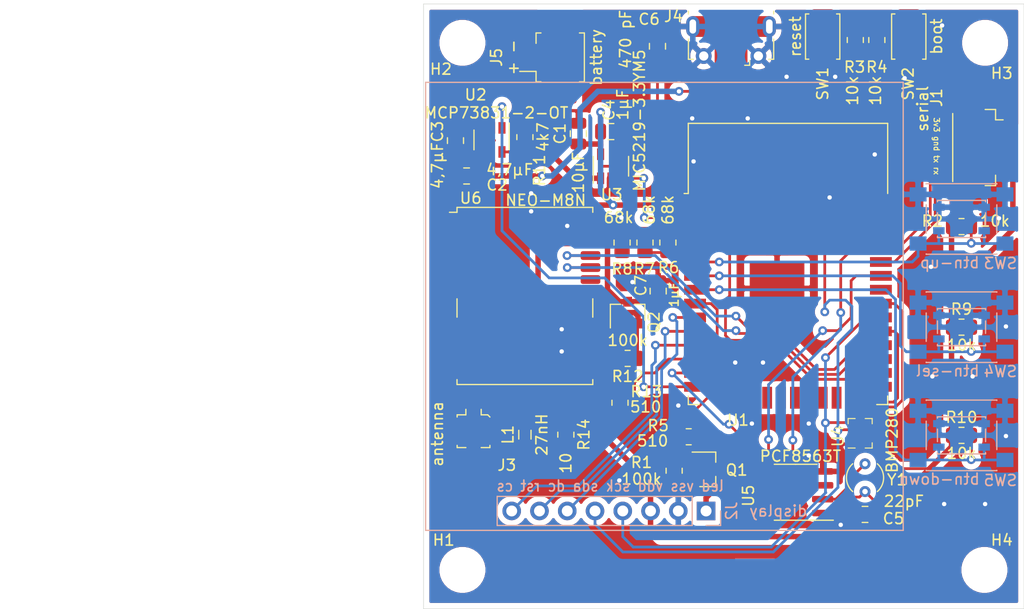
<source format=kicad_pcb>
(kicad_pcb (version 20171130) (host pcbnew "(5.1.9-0-10_14)")
  (layers (0 F.Cu signal) (31 B.Cu signal) (34 B.Paste user) (35 F.Paste user) (36 B.SilkS user) (37 F.SilkS user) (38 B.Mask user) (39 F.Mask user) (44 Edge.Cuts user))
  (net 0 "")
  (net 1 GND)
  (net 2 +3V3)
  (net 3 +BATT)
  (net 4 "Net-(C5-Pad1)")
  (net 5 /RX)
  (net 6 /TX)
  (net 7 /d-cs)
  (net 8 /d-rst)
  (net 9 /d-rs-dc)
  (net 10 /spi-mosi)
  (net 11 /spi-clk)
  (net 12 "Net-(J2-Pad1)")
  (net 13 "Net-(J3-Pad1)")
  (net 14 "Net-(L1-Pad1)")
  (net 15 "Net-(Q1-Pad1)")
  (net 16 hwpwr)
  (net 17 "Net-(Q2-Pad1)")
  (net 18 /b-up)
  (net 19 "Net-(R3-Pad2)")
  (net 20 "Net-(R4-Pad2)")
  (net 21 hwen)
  (net 22 /batt-chk)
  (net 23 "Net-(R7-Pad2)")
  (net 24 /b-sel)
  (net 25 /b-down)
  (net 26 "Net-(R11-Pad1)")
  (net 27 "Net-(R14-Pad1)")
  (net 28 i2c-scl)
  (net 29 i2c-sda)
  (net 30 "Net-(U1-Pad32)")
  (net 31 /spi-miso)
  (net 32 /bmp280-cs)
  (net 33 "Net-(U1-Pad26)")
  (net 34 "Net-(U1-Pad24)")
  (net 35 "Net-(U1-Pad23)")
  (net 36 "Net-(U1-Pad22)")
  (net 37 "Net-(U1-Pad21)")
  (net 38 "Net-(U1-Pad20)")
  (net 39 "Net-(U1-Pad19)")
  (net 40 "Net-(U1-Pad18)")
  (net 41 "Net-(U1-Pad17)")
  (net 42 "Net-(U1-Pad16)")
  (net 43 chg-ind)
  (net 44 clk-int)
  (net 45 "Net-(U5-Pad2)")
  (net 46 "Net-(U6-Pad19)")
  (net 47 "Net-(U6-Pad18)")
  (net 48 "Net-(U6-Pad17)")
  (net 49 "Net-(U6-Pad16)")
  (net 50 "Net-(U6-Pad15)")
  (net 51 "Net-(U6-Pad14)")
  (net 52 "Net-(U6-Pad8)")
  (net 53 "Net-(U6-Pad6)")
  (net 54 "Net-(U6-Pad5)")
  (net 55 "Net-(U6-Pad4)")
  (net 56 "Net-(U6-Pad3)")
  (net 57 "Net-(U6-Pad2)")
  (net 58 "Net-(U6-Pad1)")
  (net 59 /gps-rx)
  (net 60 /gps-tx)
  (net 61 /d-led)
  (net 62 /usb-5v)
  (net 63 "Net-(J4-Pad3)")
  (net 64 "Net-(J4-Pad4)")
  (net 65 "Net-(J4-Pad2)")
  (net 66 "Net-(C6-Pad1)")
  (module Button_Switch_SMD:SW_Push_SPST_NO_Alps_SKRK (layer F.Cu) (at 124.079 46.101 270)
    (fp_text reference SW2 (at 4.318 0.0635 90) (layer F.SilkS))
    (fp_text value boot (at 0 -2.54 90) (layer F.SilkS))
    (pad 1 smd roundrect (at -2.1 0 270) (size 0.8 2) (layers F.Cu F.Paste F.Mask) (net 1 GND))
    (pad 2 smd roundrect (at 2.1 0 270) (size 0.8 2) (layers F.Cu F.Paste F.Mask) (net 20 "Net-(R4-Pad2)"))
  )
  (module Button_Switch_SMD:SW_Push_SPST_NO_Alps_SKRK (layer F.Cu) (at 116.205 46.101 270)
    (fp_text reference SW1 (at 4.318 0 90) (layer F.SilkS))
    (fp_text value reset (at 0 2.5 90) (layer F.SilkS))
    (pad 1 smd roundrect (at -2.1 0 270) (size 0.8 2) (layers F.Cu F.Paste F.Mask) (net 1 GND))
    (pad 2 smd roundrect (at 2.1 0 270) (size 0.8 2) (layers F.Cu F.Paste F.Mask) (net 19 "Net-(R3-Pad2)"))
  )
  (module Connector_Molex:Molex_PicoBlade_53398-0471_1x04-1MP_P1.25mm_Vertical (layer F.Cu) (at 130.81 56.261 270)
    (fp_text reference J1 (at -4.572 4.191 90) (layer F.SilkS))
    (fp_text value serial (at -3.556 5.461 90) (layer F.SilkS))
    (pad 1 smd roundrect (at -1.875 -1.25 270) (size 0.8 1.3) (layers F.Cu F.Paste F.Mask) (net 2 +3V3))
    (pad 2 smd roundrect (at -0.625 -1.25 270) (size 0.8 1.3) (layers F.Cu F.Paste F.Mask) (net 1 GND))
    (pad 3 smd roundrect (at 0.625 -1.25 270) (size 0.8 1.3) (layers F.Cu F.Paste F.Mask) (net 6 /TX))
    (pad 4 smd roundrect (at 1.875 -1.25 270) (size 0.8 1.3) (layers F.Cu F.Paste F.Mask) (net 5 /RX))
    (pad MP smd roundrect (at -4.425 1.5 270) (size 2.1 3) (layers F.Cu F.Paste F.Mask) (roundrect_rratio 0.119048) (net 1 GND))
    (pad MP smd roundrect (at 4.425 1.5 270) (size 2.1 3) (layers F.Cu F.Paste F.Mask) (roundrect_rratio 0.119048) (net 1 GND))
  )
  (module Connector_Molex:Molex_PicoBlade_53261-0271_1x02-1MP_P1.25mm_Horizontal (layer F.Cu) (at 91.694 48.006 90)
    (fp_text reference J5 (at 0 -5.334 90) (layer F.SilkS))
    (fp_text value battery (at 0 3.8 90) (layer F.SilkS))
    (pad MP smd roundrect (at 3.175 0.5 90) (size 2.1 3) (layers F.Cu F.Paste F.Mask) (roundrect_rratio 0.119048) (net 1 GND))
    (pad MP smd roundrect (at -3.175 0.5 90) (size 2.1 3) (layers F.Cu F.Paste F.Mask) (roundrect_rratio 0.119048) (net 1 GND))
    (pad 2 smd roundrect (at 0.625 -2.4 90) (size 0.8 1.6) (layers F.Cu F.Paste F.Mask) (net 1 GND))
    (pad 1 smd roundrect (at -0.625 -2.4 90) (size 0.8 1.6) (layers F.Cu F.Paste F.Mask) (net 3 +BATT))
  )
  (module Button_Switch_SMD:SW_Push_1P1T_NO_6x6mm_H9.5mm (layer B.Cu) (at 128.905 82.6135 180)
    (fp_text reference SW8 hide)
    (fp_text value btn-down2 hide)
    (pad 2 smd rect (at 3.975 -2.25 180) (size 1.55 1.3) (layers B.Cu B.Paste B.Mask) (net 25 /b-down))
    (pad 1 smd rect (at 3.975 2.25 180) (size 1.55 1.3) (layers B.Cu B.Paste B.Mask) (net 1 GND))
    (pad 1 smd rect (at -3.975 2.25 180) (size 1.55 1.3) (layers B.Cu B.Paste B.Mask) (net 1 GND))
    (pad 2 smd rect (at -3.975 -2.25 180) (size 1.55 1.3) (layers B.Cu B.Paste B.Mask) (net 25 /b-down))
  )
  (module Button_Switch_SMD:SW_Push_1P1T_NO_6x6mm_H9.5mm (layer B.Cu) (at 128.905 72.7075 180)
    (fp_text reference SW7 hide)
    (fp_text value btn-sel2 hide)
    (pad 2 smd rect (at 3.975 -2.25 180) (size 1.55 1.3) (layers B.Cu B.Paste B.Mask) (net 24 /b-sel))
    (pad 1 smd rect (at 3.975 2.25 180) (size 1.55 1.3) (layers B.Cu B.Paste B.Mask) (net 1 GND))
    (pad 1 smd rect (at -3.975 2.25 180) (size 1.55 1.3) (layers B.Cu B.Paste B.Mask) (net 1 GND))
    (pad 2 smd rect (at -3.975 -2.25 180) (size 1.55 1.3) (layers B.Cu B.Paste B.Mask) (net 24 /b-sel))
  )
  (module Button_Switch_SMD:SW_Push_1P1T_NO_6x6mm_H9.5mm (layer B.Cu) (at 128.905 62.8015 180)
    (fp_text reference SW6 hide)
    (fp_text value btn-up2 hide)
    (pad 2 smd rect (at 3.975 -2.25 180) (size 1.55 1.3) (layers B.Cu B.Paste B.Mask) (net 18 /b-up))
    (pad 1 smd rect (at 3.975 2.25 180) (size 1.55 1.3) (layers B.Cu B.Paste B.Mask) (net 1 GND))
    (pad 1 smd rect (at -3.975 2.25 180) (size 1.55 1.3) (layers B.Cu B.Paste B.Mask) (net 1 GND))
    (pad 2 smd rect (at -3.975 -2.25 180) (size 1.55 1.3) (layers B.Cu B.Paste B.Mask) (net 18 /b-up))
  )
  (module Resistor_SMD:R_0805_2012Metric (layer F.Cu) (at 128.905 63.5)
    (fp_text reference R2 (at -2.667 -0.508) (layer F.SilkS))
    (fp_text value 10k (at 3.048 -0.508) (layer F.SilkS))
    (pad 2 smd roundrect (at 0.9125 0) (size 1.025 1.4) (layers F.Cu F.Paste F.Mask) (roundrect_rratio 0.243902) (net 18 /b-up))
    (pad 1 smd roundrect (at -0.9125 0) (size 1.025 1.4) (layers F.Cu F.Paste F.Mask) (roundrect_rratio 0.243902) (net 2 +3V3))
  )
  (module Button_Switch_SMD:SW_SPST_PTS810 (layer B.Cu) (at 128.905 82.6135 180)
    (fp_text reference SW5 (at -3.556 -4.1275) (layer B.SilkS) (effects (justify mirror)))
    (fp_text value btn-down (at 2.032 -4.0005) (layer B.SilkS) (effects (justify mirror)))
    (pad 2 smd rect (at 2.075 -1.075 180) (size 1.05 0.65) (layers B.Cu B.Paste B.Mask) (net 25 /b-down))
    (pad 2 smd rect (at -2.075 -1.075 180) (size 1.05 0.65) (layers B.Cu B.Paste B.Mask) (net 25 /b-down))
    (pad 1 smd rect (at 2.075 1.075 180) (size 1.05 0.65) (layers B.Cu B.Paste B.Mask) (net 1 GND))
    (pad 1 smd rect (at -2.075 1.075 180) (size 1.05 0.65) (layers B.Cu B.Paste B.Mask) (net 1 GND))
  )
  (module Button_Switch_SMD:SW_SPST_PTS810 (layer B.Cu) (at 128.905 72.7075 180)
    (fp_text reference SW4 (at -3.556 -4.064) (layer B.SilkS) (effects (justify mirror)))
    (fp_text value btn-sel (at 1.27 -4.0005) (layer B.SilkS) (effects (justify mirror)))
    (pad 2 smd rect (at 2.075 -1.075 180) (size 1.05 0.65) (layers B.Cu B.Paste B.Mask) (net 24 /b-sel))
    (pad 2 smd rect (at -2.075 -1.075 180) (size 1.05 0.65) (layers B.Cu B.Paste B.Mask) (net 24 /b-sel))
    (pad 1 smd rect (at 2.075 1.075 180) (size 1.05 0.65) (layers B.Cu B.Paste B.Mask) (net 1 GND))
    (pad 1 smd rect (at -2.075 1.075 180) (size 1.05 0.65) (layers B.Cu B.Paste B.Mask) (net 1 GND))
  )
  (module Button_Switch_SMD:SW_SPST_PTS810 (layer B.Cu) (at 128.905 62.8015 180)
    (fp_text reference SW3 (at -3.556 -4.064) (layer B.SilkS) (effects (justify mirror)))
    (fp_text value btn-up (at 1.0795 -4.0005) (layer B.SilkS) (effects (justify mirror)))
    (pad 2 smd rect (at 2.075 -1.075 180) (size 1.05 0.65) (layers B.Cu B.Paste B.Mask) (net 18 /b-up))
    (pad 2 smd rect (at -2.075 -1.075 180) (size 1.05 0.65) (layers B.Cu B.Paste B.Mask) (net 18 /b-up))
    (pad 1 smd rect (at 2.075 1.075 180) (size 1.05 0.65) (layers B.Cu B.Paste B.Mask) (net 1 GND))
    (pad 1 smd rect (at -2.075 1.075 180) (size 1.05 0.65) (layers B.Cu B.Paste B.Mask) (net 1 GND))
  )
  (module Capacitor_SMD:C_0805_2012Metric (layer F.Cu) (at 101.1555 69.4055 90)
    (fp_text reference C7 (at 0.508 -1.5875 90) (layer F.SilkS))
    (fp_text value 1μF (at -0.3175 1.4605 90) (layer F.SilkS) (effects (font (size 0.8 0.8))))
    (pad 2 smd roundrect (at 0.95 0 90) (size 1 1.45) (layers F.Cu F.Paste F.Mask) (net 1 GND))
    (pad 1 smd roundrect (at -0.95 0 90) (size 1 1.45) (layers F.Cu F.Paste F.Mask) (net 16 hwpwr))
  )
  (module Capacitor_SMD:C_0805_2012Metric (layer F.Cu) (at 101.092 46.99 90)
    (fp_text reference C6 (at 2.4765 -0.762 180) (layer F.SilkS))
    (fp_text value "470 pF" (at 0.635 -2.921 270) (layer F.SilkS))
    (pad 2 smd roundrect (at 0.95 0 90) (size 1 1.45) (layers F.Cu F.Paste F.Mask) (net 1 GND))
    (pad 1 smd roundrect (at -0.95 0 90) (size 1 1.45) (layers F.Cu F.Paste F.Mask) (net 66 "Net-(C6-Pad1)"))
  )
  (module Connector_USB:USB_Micro-B_Molex-105017-0001 (layer F.Cu) (at 107.823 46.4185 180)
    (fp_text reference J4 (at 5.2705 2.159) (layer F.SilkS))
    (fp_text value USB_B_Micro hide)
    (pad 6 smd rect (at -2.9 1.2375 180) (size 1.2 1.9) (layers F.Cu F.Mask) (net 1 GND))
    (pad 6 smd rect (at 2.9 1.2375 180) (size 1.2 1.9) (layers F.Cu F.Mask) (net 1 GND))
    (pad 6 thru_hole oval (at 3.5 1.2375 180) (size 1.2 1.9) (drill oval 0.6 1.3) (layers *.Cu *.Mask) (net 1 GND))
    (pad 6 thru_hole oval (at -3.5 1.2375) (size 1.2 1.9) (drill oval 0.6 1.3) (layers *.Cu *.Mask) (net 1 GND))
    (pad 6 smd rect (at -1 1.2375 180) (size 1.5 1.9) (layers F.Cu F.Paste F.Mask) (net 1 GND))
    (pad 6 thru_hole circle (at 2.5 -1.4625 180) (size 1.45 1.45) (drill 0.85) (layers *.Cu *.Mask) (net 1 GND))
    (pad 3 smd rect (at 0 -1.4625 180) (size 0.4 1.35) (layers F.Cu F.Paste F.Mask) (net 63 "Net-(J4-Pad3)"))
    (pad 4 smd rect (at 0.65 -1.4625 180) (size 0.4 1.35) (layers F.Cu F.Paste F.Mask) (net 64 "Net-(J4-Pad4)"))
    (pad 5 smd rect (at 1.3 -1.4625 180) (size 0.4 1.35) (layers F.Cu F.Paste F.Mask) (net 1 GND))
    (pad 1 smd rect (at -1.3 -1.4625 180) (size 0.4 1.35) (layers F.Cu F.Paste F.Mask) (net 62 /usb-5v))
    (pad 2 smd rect (at -0.65 -1.4625 180) (size 0.4 1.35) (layers F.Cu F.Paste F.Mask) (net 65 "Net-(J4-Pad2)"))
    (pad 6 thru_hole circle (at -2.5 -1.4625 180) (size 1.45 1.45) (drill 0.85) (layers *.Cu *.Mask) (net 1 GND))
    (pad 6 smd rect (at 1 1.2375 180) (size 1.5 1.9) (layers F.Cu F.Paste F.Mask) (net 1 GND))
  )
  (module Crystal:Crystal_AT310_D3.0mm_L10.0mm_Vertical (layer F.Cu) (at 120.0785 87.757 90)
    (fp_text reference Y1 (at 1.0795 2.921 180) (layer F.SilkS))
    (fp_text value 32768 hide)
    (pad 2 thru_hole circle (at 2.54 0 90) (size 1 1) (drill 0.5) (layers *.Cu *.Mask) (net 45 "Net-(U5-Pad2)"))
    (pad 1 thru_hole circle (at 0 0 90) (size 1 1) (drill 0.5) (layers *.Cu *.Mask) (net 4 "Net-(C5-Pad1)"))
  )
  (module RF_GPS:ublox_NEO (layer F.Cu) (at 88.9635 69.85)
    (fp_text reference U6 (at -4.953 -8.9535) (layer F.SilkS))
    (fp_text value NEO-M8N (at 1.905 -8.763) (layer F.SilkS))
    (pad 24 smd roundrect (at 6 -7) (size 1.8 0.8) (layers F.Cu F.Paste F.Mask) (net 1 GND))
    (pad 23 smd roundrect (at 6 -5.9) (size 1.8 0.8) (layers F.Cu F.Paste F.Mask) (net 16 hwpwr))
    (pad 22 smd roundrect (at 6 -4.8) (size 1.8 0.8) (layers F.Cu F.Paste F.Mask) (net 2 +3V3))
    (pad 21 smd roundrect (at 6 -3.7) (size 1.8 0.8) (layers F.Cu F.Paste F.Mask) (net 59 /gps-rx))
    (pad 20 smd roundrect (at 6 -2.6) (size 1.8 0.8) (layers F.Cu F.Paste F.Mask) (net 60 /gps-tx))
    (pad 19 smd roundrect (at 6 -1.5) (size 1.8 0.8) (layers F.Cu F.Paste F.Mask) (net 46 "Net-(U6-Pad19)"))
    (pad 18 smd roundrect (at 6 -0.4) (size 1.8 0.8) (layers F.Cu F.Paste F.Mask) (net 47 "Net-(U6-Pad18)"))
    (pad 17 smd roundrect (at 6 2.6) (size 1.8 0.8) (layers F.Cu F.Paste F.Mask) (net 48 "Net-(U6-Pad17)"))
    (pad 16 smd roundrect (at 6 3.7) (size 1.8 0.8) (layers F.Cu F.Paste F.Mask) (net 49 "Net-(U6-Pad16)"))
    (pad 15 smd roundrect (at 6 4.8) (size 1.8 0.8) (layers F.Cu F.Paste F.Mask) (net 50 "Net-(U6-Pad15)"))
    (pad 14 smd roundrect (at 6 5.9) (size 1.8 0.8) (layers F.Cu F.Paste F.Mask) (net 51 "Net-(U6-Pad14)"))
    (pad 13 smd roundrect (at 6 7) (size 1.8 0.8) (layers F.Cu F.Paste F.Mask) (net 1 GND))
    (pad 12 smd roundrect (at -6 7) (size 1.8 0.8) (layers F.Cu F.Paste F.Mask) (net 1 GND))
    (pad 11 smd roundrect (at -6 5.9) (size 1.8 0.8) (layers F.Cu F.Paste F.Mask) (net 13 "Net-(J3-Pad1)"))
    (pad 10 smd roundrect (at -6 4.8) (size 1.8 0.8) (layers F.Cu F.Paste F.Mask) (net 1 GND))
    (pad 9 smd roundrect (at -6 3.7) (size 1.8 0.8) (layers F.Cu F.Paste F.Mask) (net 27 "Net-(R14-Pad1)"))
    (pad 8 smd roundrect (at -6 2.6) (size 1.8 0.8) (layers F.Cu F.Paste F.Mask) (net 52 "Net-(U6-Pad8)"))
    (pad 7 smd roundrect (at -6 -0.4) (size 1.8 0.8) (layers F.Cu F.Paste F.Mask) (net 1 GND))
    (pad 6 smd roundrect (at -6 -1.5) (size 1.8 0.8) (layers F.Cu F.Paste F.Mask) (net 53 "Net-(U6-Pad6)"))
    (pad 5 smd roundrect (at -6 -2.6) (size 1.8 0.8) (layers F.Cu F.Paste F.Mask) (net 54 "Net-(U6-Pad5)"))
    (pad 4 smd roundrect (at -6 -3.7) (size 1.8 0.8) (layers F.Cu F.Paste F.Mask) (net 55 "Net-(U6-Pad4)"))
    (pad 3 smd roundrect (at -6 -4.8) (size 1.8 0.8) (layers F.Cu F.Paste F.Mask) (net 56 "Net-(U6-Pad3)"))
    (pad 2 smd roundrect (at -6 -5.9) (size 1.8 0.8) (layers F.Cu F.Paste F.Mask) (net 57 "Net-(U6-Pad2)"))
    (pad 1 smd roundrect (at -6 -7) (size 1.8 0.8) (layers F.Cu F.Paste F.Mask) (net 58 "Net-(U6-Pad1)"))
  )
  (module Package_SO:SOIC-8_3.9x4.9mm_P1.27mm (layer F.Cu) (at 113.7285 87.8205 180)
    (fp_text reference U5 (at 4.318 -0.3175 90) (layer F.SilkS))
    (fp_text value PCF8563T (at -0.4445 3.302 180) (layer F.SilkS))
    (pad 8 smd roundrect (at 2.475 -1.905 180) (size 1.95 0.6) (layers F.Cu F.Paste F.Mask) (net 2 +3V3))
    (pad 7 smd roundrect (at 2.475 -0.635 180) (size 1.95 0.6) (layers F.Cu F.Paste F.Mask) (net 44 clk-int))
    (pad 6 smd roundrect (at 2.475 0.635 180) (size 1.95 0.6) (layers F.Cu F.Paste F.Mask) (net 28 i2c-scl))
    (pad 5 smd roundrect (at 2.475 1.905 180) (size 1.95 0.6) (layers F.Cu F.Paste F.Mask) (net 29 i2c-sda))
    (pad 4 smd roundrect (at -2.475 1.905 180) (size 1.95 0.6) (layers F.Cu F.Paste F.Mask) (net 1 GND))
    (pad 3 smd roundrect (at -2.475 0.635 180) (size 1.95 0.6) (layers F.Cu F.Paste F.Mask) (net 44 clk-int))
    (pad 2 smd roundrect (at -2.475 -0.635 180) (size 1.95 0.6) (layers F.Cu F.Paste F.Mask) (net 45 "Net-(U5-Pad2)"))
    (pad 1 smd roundrect (at -2.475 -1.905 180) (size 1.95 0.6) (layers F.Cu F.Paste F.Mask) (net 4 "Net-(C5-Pad1)"))
  )
  (module Package_LGA:Bosch_LGA-8_2x2.5mm_P0.65mm_ClockwisePinNumbering (layer F.Cu) (at 119.634 82.423 90)
    (fp_text reference U4 (at -0.254 -2.032 90) (layer F.SilkS))
    (fp_text value BMP280 (at -0.635 2.921 90) (layer F.SilkS))
    (pad 8 smd rect (at -0.975 0.8 180) (size 0.5 0.35) (layers F.Cu F.Paste F.Mask) (net 2 +3V3))
    (pad 2 smd rect (at -0.325 -0.8 180) (size 0.5 0.35) (layers F.Cu F.Paste F.Mask) (net 32 /bmp280-cs))
    (pad 3 smd rect (at 0.325 -0.8 180) (size 0.5 0.35) (layers F.Cu F.Paste F.Mask) (net 10 /spi-mosi))
    (pad 4 smd rect (at 0.975 -0.8 180) (size 0.5 0.35) (layers F.Cu F.Paste F.Mask) (net 11 /spi-clk))
    (pad 7 smd rect (at -0.325 0.8 180) (size 0.5 0.35) (layers F.Cu F.Paste F.Mask) (net 1 GND))
    (pad 6 smd rect (at 0.325 0.8 180) (size 0.5 0.35) (layers F.Cu F.Paste F.Mask) (net 2 +3V3))
    (pad 5 smd rect (at 0.975 0.8 180) (size 0.5 0.35) (layers F.Cu F.Paste F.Mask) (net 31 /spi-miso))
    (pad 1 smd rect (at -0.975 -0.8 180) (size 0.5 0.35) (layers F.Cu F.Paste F.Mask) (net 1 GND))
  )
  (module Package_TO_SOT_SMD:SOT-23-5 (layer F.Cu) (at 96.8375 57.9755 90)
    (fp_text reference U3 (at -2.6035 0.0635 180) (layer F.SilkS))
    (fp_text value MIC5219-3.3YM5 (at 4.191 2.6035 90) (layer F.SilkS))
    (pad 5 smd rect (at 1.1 -0.95 90) (size 1.06 0.65) (layers F.Cu F.Paste F.Mask) (net 2 +3V3))
    (pad 4 smd rect (at 1.1 0.95 90) (size 1.06 0.65) (layers F.Cu F.Paste F.Mask) (net 66 "Net-(C6-Pad1)"))
    (pad 3 smd rect (at -1.1 0.95 90) (size 1.06 0.65) (layers F.Cu F.Paste F.Mask) (net 3 +BATT))
    (pad 2 smd rect (at -1.1 0 90) (size 1.06 0.65) (layers F.Cu F.Paste F.Mask) (net 1 GND))
    (pad 1 smd rect (at -1.1 -0.95 90) (size 1.06 0.65) (layers F.Cu F.Paste F.Mask) (net 3 +BATT))
  )
  (module Package_TO_SOT_SMD:SOT-23-5 (layer F.Cu) (at 85.9155 55.5625 270)
    (fp_text reference U2 (at -4.1275 1.4605 180) (layer F.SilkS))
    (fp_text value MCP73831-2-OT (at -2.4765 -0.4445 180) (layer F.SilkS))
    (pad 5 smd rect (at 1.1 -0.95 270) (size 1.06 0.65) (layers F.Cu F.Paste F.Mask) (net 26 "Net-(R11-Pad1)"))
    (pad 4 smd rect (at 1.1 0.95 270) (size 1.06 0.65) (layers F.Cu F.Paste F.Mask) (net 62 /usb-5v))
    (pad 3 smd rect (at -1.1 0.95 270) (size 1.06 0.65) (layers F.Cu F.Paste F.Mask) (net 3 +BATT))
    (pad 2 smd rect (at -1.1 0 270) (size 1.06 0.65) (layers F.Cu F.Paste F.Mask) (net 1 GND))
    (pad 1 smd rect (at -1.1 -0.95 270) (size 1.06 0.65) (layers F.Cu F.Paste F.Mask) (net 43 chg-ind))
  )
  (module RF_Module:ESP32-WROOM-32 (layer F.Cu) (at 113.03 69.9135)
    (fp_text reference U1 (at -4.572 11.303 180) (layer F.SilkS))
    (fp_text value ESP32-WROOM-32)
    (pad 38 smd rect (at 8.5 -8.255) (size 2 0.9) (layers F.Cu F.Paste F.Mask) (net 1 GND))
    (pad 37 smd rect (at 8.5 -6.985) (size 2 0.9) (layers F.Cu F.Paste F.Mask) (net 10 /spi-mosi))
    (pad 36 smd rect (at 8.5 -5.715) (size 2 0.9) (layers F.Cu F.Paste F.Mask) (net 28 i2c-scl))
    (pad 35 smd rect (at 8.5 -4.445) (size 2 0.9) (layers F.Cu F.Paste F.Mask) (net 6 /TX))
    (pad 34 smd rect (at 8.5 -3.175) (size 2 0.9) (layers F.Cu F.Paste F.Mask) (net 5 /RX))
    (pad 33 smd rect (at 8.5 -1.905) (size 2 0.9) (layers F.Cu F.Paste F.Mask) (net 29 i2c-sda))
    (pad 32 smd rect (at 8.5 -0.635) (size 2 0.9) (layers F.Cu F.Paste F.Mask) (net 30 "Net-(U1-Pad32)"))
    (pad 31 smd rect (at 8.5 0.635) (size 2 0.9) (layers F.Cu F.Paste F.Mask) (net 31 /spi-miso))
    (pad 30 smd rect (at 8.5 1.905) (size 2 0.9) (layers F.Cu F.Paste F.Mask) (net 11 /spi-clk))
    (pad 29 smd rect (at 8.5 3.175) (size 2 0.9) (layers F.Cu F.Paste F.Mask) (net 32 /bmp280-cs))
    (pad 28 smd rect (at 8.5 4.445) (size 2 0.9) (layers F.Cu F.Paste F.Mask) (net 59 /gps-rx))
    (pad 27 smd rect (at 8.5 5.715) (size 2 0.9) (layers F.Cu F.Paste F.Mask) (net 60 /gps-tx))
    (pad 26 smd rect (at 8.5 6.985) (size 2 0.9) (layers F.Cu F.Paste F.Mask) (net 33 "Net-(U1-Pad26)"))
    (pad 25 smd rect (at 8.5 8.255) (size 2 0.9) (layers F.Cu F.Paste F.Mask) (net 20 "Net-(R4-Pad2)"))
    (pad 24 smd rect (at 5.715 9.255 90) (size 2 0.9) (layers F.Cu F.Paste F.Mask) (net 34 "Net-(U1-Pad24)"))
    (pad 23 smd rect (at 4.445 9.255 90) (size 2 0.9) (layers F.Cu F.Paste F.Mask) (net 35 "Net-(U1-Pad23)"))
    (pad 22 smd rect (at 3.175 9.255 90) (size 2 0.9) (layers F.Cu F.Paste F.Mask) (net 36 "Net-(U1-Pad22)"))
    (pad 21 smd rect (at 1.905 9.255 90) (size 2 0.9) (layers F.Cu F.Paste F.Mask) (net 37 "Net-(U1-Pad21)"))
    (pad 20 smd rect (at 0.635 9.255 90) (size 2 0.9) (layers F.Cu F.Paste F.Mask) (net 38 "Net-(U1-Pad20)"))
    (pad 19 smd rect (at -0.635 9.255 90) (size 2 0.9) (layers F.Cu F.Paste F.Mask) (net 39 "Net-(U1-Pad19)"))
    (pad 18 smd rect (at -1.905 9.255 90) (size 2 0.9) (layers F.Cu F.Paste F.Mask) (net 40 "Net-(U1-Pad18)"))
    (pad 17 smd rect (at -3.175 9.255 90) (size 2 0.9) (layers F.Cu F.Paste F.Mask) (net 41 "Net-(U1-Pad17)"))
    (pad 16 smd rect (at -4.445 9.255 90) (size 2 0.9) (layers F.Cu F.Paste F.Mask) (net 42 "Net-(U1-Pad16)"))
    (pad 15 smd rect (at -5.715 9.255 90) (size 2 0.9) (layers F.Cu F.Paste F.Mask) (net 1 GND))
    (pad 14 smd rect (at -8.5 8.255) (size 2 0.9) (layers F.Cu F.Paste F.Mask) (net 43 chg-ind))
    (pad 13 smd rect (at -8.5 6.985) (size 2 0.9) (layers F.Cu F.Paste F.Mask) (net 44 clk-int))
    (pad 12 smd rect (at -8.5 5.715) (size 2 0.9) (layers F.Cu F.Paste F.Mask) (net 21 hwen))
    (pad 11 smd rect (at -8.5 4.445) (size 2 0.9) (layers F.Cu F.Paste F.Mask) (net 7 /d-cs))
    (pad 10 smd rect (at -8.5 3.175) (size 2 0.9) (layers F.Cu F.Paste F.Mask) (net 8 /d-rst))
    (pad 9 smd rect (at -8.5 1.905) (size 2 0.9) (layers F.Cu F.Paste F.Mask) (net 9 /d-rs-dc))
    (pad 8 smd rect (at -8.5 0.635) (size 2 0.9) (layers F.Cu F.Paste F.Mask) (net 61 /d-led))
    (pad 7 smd rect (at -8.5 -0.635) (size 2 0.9) (layers F.Cu F.Paste F.Mask) (net 25 /b-down))
    (pad 6 smd rect (at -8.5 -1.905) (size 2 0.9) (layers F.Cu F.Paste F.Mask) (net 24 /b-sel))
    (pad 5 smd rect (at -8.5 -3.175) (size 2 0.9) (layers F.Cu F.Paste F.Mask) (net 18 /b-up))
    (pad 4 smd rect (at -8.5 -4.445) (size 2 0.9) (layers F.Cu F.Paste F.Mask) (net 22 /batt-chk))
    (pad 3 smd rect (at -8.5 -5.715) (size 2 0.9) (layers F.Cu F.Paste F.Mask) (net 19 "Net-(R3-Pad2)"))
    (pad 2 smd rect (at -8.5 -6.985) (size 2 0.9) (layers F.Cu F.Paste F.Mask) (net 2 +3V3))
    (pad 1 smd rect (at -8.5 -8.255) (size 2 0.9) (layers F.Cu F.Paste F.Mask) (net 1 GND))
    (pad 39 smd rect (at -1 -0.755) (size 5 5) (layers F.Cu F.Paste F.Mask) (net 1 GND))
  )
  (module Resistor_SMD:R_0805_2012Metric (layer F.Cu) (at 92.71 82.55 270)
    (fp_text reference R14 (at 0 -1.65 90) (layer F.SilkS))
    (fp_text value 10 (at 2.6035 0 90) (layer F.SilkS))
    (pad 2 smd roundrect (at 0.9125 0 270) (size 1.025 1.4) (layers F.Cu F.Paste F.Mask) (roundrect_rratio 0.243902) (net 14 "Net-(L1-Pad1)"))
    (pad 1 smd roundrect (at -0.9125 0 270) (size 1.025 1.4) (layers F.Cu F.Paste F.Mask) (roundrect_rratio 0.243902) (net 27 "Net-(R14-Pad1)"))
  )
  (module Resistor_SMD:R_0805_2012Metric (layer F.Cu) (at 97.663 79.629 90)
    (fp_text reference R13 (at 1.016 2.413 180) (layer F.SilkS))
    (fp_text value 510 (at -0.381 2.3495 180) (layer F.SilkS))
    (pad 2 smd roundrect (at 0.9125 0 90) (size 1.025 1.4) (layers F.Cu F.Paste F.Mask) (roundrect_rratio 0.243902) (net 17 "Net-(Q2-Pad1)"))
    (pad 1 smd roundrect (at -0.9125 0 90) (size 1.025 1.4) (layers F.Cu F.Paste F.Mask) (roundrect_rratio 0.243902) (net 21 hwen))
  )
  (module Resistor_SMD:R_0805_2012Metric (layer F.Cu) (at 98.3615 75.565 180)
    (fp_text reference R12 (at 0 -1.65) (layer F.SilkS))
    (fp_text value 100k (at 0 1.65) (layer F.SilkS))
    (pad 2 smd roundrect (at 0.9125 0 180) (size 1.025 1.4) (layers F.Cu F.Paste F.Mask) (roundrect_rratio 0.243902) (net 17 "Net-(Q2-Pad1)"))
    (pad 1 smd roundrect (at -0.9125 0 180) (size 1.025 1.4) (layers F.Cu F.Paste F.Mask) (roundrect_rratio 0.243902) (net 2 +3V3))
  )
  (module Resistor_SMD:R_0805_2012Metric (layer F.Cu) (at 88.9635 55.3085 90)
    (fp_text reference R11 (at -3.048 1.3335 90) (layer F.SilkS))
    (fp_text value 4k7 (at 0 1.65 90) (layer F.SilkS))
    (pad 2 smd roundrect (at 0.9125 0 90) (size 1.025 1.4) (layers F.Cu F.Paste F.Mask) (roundrect_rratio 0.243902) (net 1 GND))
    (pad 1 smd roundrect (at -0.9125 0 90) (size 1.025 1.4) (layers F.Cu F.Paste F.Mask) (roundrect_rratio 0.243902) (net 26 "Net-(R11-Pad1)"))
  )
  (module Resistor_SMD:R_0805_2012Metric (layer F.Cu) (at 128.905 82.6135)
    (fp_text reference R10 (at 0 -1.65) (layer F.SilkS))
    (fp_text value 10k (at 0 1.65) (layer F.SilkS))
    (pad 2 smd roundrect (at 0.9125 0) (size 1.025 1.4) (layers F.Cu F.Paste F.Mask) (roundrect_rratio 0.243902) (net 25 /b-down))
    (pad 1 smd roundrect (at -0.9125 0) (size 1.025 1.4) (layers F.Cu F.Paste F.Mask) (roundrect_rratio 0.243902) (net 2 +3V3))
  )
  (module Resistor_SMD:R_0805_2012Metric (layer F.Cu) (at 128.905 72.7075)
    (fp_text reference R9 (at 0 -1.65) (layer F.SilkS))
    (fp_text value 10k (at 0 1.65) (layer F.SilkS))
    (pad 2 smd roundrect (at 0.9125 0) (size 1.025 1.4) (layers F.Cu F.Paste F.Mask) (roundrect_rratio 0.243902) (net 24 /b-sel))
    (pad 1 smd roundrect (at -0.9125 0) (size 1.025 1.4) (layers F.Cu F.Paste F.Mask) (roundrect_rratio 0.243902) (net 2 +3V3))
  )
  (module Resistor_SMD:R_0805_2012Metric (layer F.Cu) (at 97.8535 64.9605 90)
    (fp_text reference R8 (at -2.413 0 180) (layer F.SilkS))
    (fp_text value 68k (at 2.286 -0.3175 180) (layer F.SilkS))
    (pad 2 smd roundrect (at 0.9125 0 90) (size 1.025 1.4) (layers F.Cu F.Paste F.Mask) (roundrect_rratio 0.243902) (net 1 GND))
    (pad 1 smd roundrect (at -0.9125 0 90) (size 1.025 1.4) (layers F.Cu F.Paste F.Mask) (roundrect_rratio 0.243902) (net 23 "Net-(R7-Pad2)"))
  )
  (module Resistor_SMD:R_0805_2012Metric (layer F.Cu) (at 99.949 64.9605 90)
    (fp_text reference R7 (at -2.413 -0.0635 180) (layer F.SilkS))
    (fp_text value 68k (at 2.9845 0.381 90) (layer F.SilkS))
    (pad 2 smd roundrect (at 0.9125 0 90) (size 1.025 1.4) (layers F.Cu F.Paste F.Mask) (roundrect_rratio 0.243902) (net 23 "Net-(R7-Pad2)"))
    (pad 1 smd roundrect (at -0.9125 0 90) (size 1.025 1.4) (layers F.Cu F.Paste F.Mask) (roundrect_rratio 0.243902) (net 22 /batt-chk))
  )
  (module Resistor_SMD:R_0805_2012Metric (layer F.Cu) (at 102.0445 64.9605 270)
    (fp_text reference R6 (at 2.286 -0.0635 180) (layer F.SilkS))
    (fp_text value 68k (at -2.9845 0 90) (layer F.SilkS))
    (pad 2 smd roundrect (at 0.9125 0 270) (size 1.025 1.4) (layers F.Cu F.Paste F.Mask) (roundrect_rratio 0.243902) (net 22 /batt-chk))
    (pad 1 smd roundrect (at -0.9125 0 270) (size 1.025 1.4) (layers F.Cu F.Paste F.Mask) (roundrect_rratio 0.243902) (net 3 +BATT))
  )
  (module Resistor_SMD:R_0805_2012Metric (layer F.Cu) (at 103.9495 82.7405)
    (fp_text reference R5 (at -2.794 -1.016) (layer F.SilkS))
    (fp_text value 510 (at -3.302 0.381) (layer F.SilkS))
    (pad 2 smd roundrect (at 0.9125 0) (size 1.025 1.4) (layers F.Cu F.Paste F.Mask) (roundrect_rratio 0.243902) (net 15 "Net-(Q1-Pad1)"))
    (pad 1 smd roundrect (at -0.9125 0) (size 1.025 1.4) (layers F.Cu F.Paste F.Mask) (roundrect_rratio 0.243902) (net 61 /d-led))
  )
  (module Resistor_SMD:R_0805_2012Metric (layer F.Cu) (at 121.158 46.4185 270)
    (fp_text reference R4 (at 2.4765 0 180) (layer F.SilkS))
    (fp_text value 10k (at 4.6355 0.127 90) (layer F.SilkS))
    (pad 2 smd roundrect (at 0.9125 0 270) (size 1.025 1.4) (layers F.Cu F.Paste F.Mask) (roundrect_rratio 0.243902) (net 20 "Net-(R4-Pad2)"))
    (pad 1 smd roundrect (at -0.9125 0 270) (size 1.025 1.4) (layers F.Cu F.Paste F.Mask) (roundrect_rratio 0.243902) (net 2 +3V3))
  )
  (module Resistor_SMD:R_0805_2012Metric (layer F.Cu) (at 119.1895 46.4185 270)
    (fp_text reference R3 (at 2.4765 0.0635 180) (layer F.SilkS))
    (fp_text value 10k (at 4.6355 0.254 90) (layer F.SilkS))
    (pad 2 smd roundrect (at 0.9125 0 270) (size 1.025 1.4) (layers F.Cu F.Paste F.Mask) (roundrect_rratio 0.243902) (net 19 "Net-(R3-Pad2)"))
    (pad 1 smd roundrect (at -0.9125 0 270) (size 1.025 1.4) (layers F.Cu F.Paste F.Mask) (roundrect_rratio 0.243902) (net 2 +3V3))
  )
  (module Resistor_SMD:R_0805_2012Metric (layer F.Cu) (at 102.616 85.852 90)
    (fp_text reference R1 (at 0.762 -2.9845 180) (layer F.SilkS))
    (fp_text value 100k (at -0.762 -2.9845 180) (layer F.SilkS))
    (pad 2 smd roundrect (at 0.9125 0 90) (size 1.025 1.4) (layers F.Cu F.Paste F.Mask) (roundrect_rratio 0.243902) (net 15 "Net-(Q1-Pad1)"))
    (pad 1 smd roundrect (at -0.9125 0 90) (size 1.025 1.4) (layers F.Cu F.Paste F.Mask) (roundrect_rratio 0.243902) (net 2 +3V3))
  )
  (module Package_TO_SOT_SMD:SOT-23 (layer F.Cu) (at 98.3615 71.374 90)
    (fp_text reference Q2 (at -0.889 2.413 90) (layer F.SilkS))
    (fp_text value IRLML5203TRPBF hide)
    (pad 3 smd rect (at 1 0 90) (size 0.9 0.8) (layers F.Cu F.Paste F.Mask) (net 16 hwpwr))
    (pad 2 smd rect (at -1 0.95 90) (size 0.9 0.8) (layers F.Cu F.Paste F.Mask) (net 2 +3V3))
    (pad 1 smd rect (at -1 -0.95 90) (size 0.9 0.8) (layers F.Cu F.Paste F.Mask) (net 17 "Net-(Q2-Pad1)"))
  )
  (module Package_TO_SOT_SMD:SOT-23 (layer F.Cu) (at 105.664 85.725)
    (fp_text reference Q1 (at 2.667 0.0635) (layer F.SilkS))
    (fp_text value IRLML5203TRPBF hide)
    (pad 3 smd rect (at 1 0) (size 0.9 0.8) (layers F.Cu F.Paste F.Mask) (net 12 "Net-(J2-Pad1)"))
    (pad 2 smd rect (at -1 0.95) (size 0.9 0.8) (layers F.Cu F.Paste F.Mask) (net 2 +3V3))
    (pad 1 smd rect (at -1 -0.95) (size 0.9 0.8) (layers F.Cu F.Paste F.Mask) (net 15 "Net-(Q1-Pad1)"))
  )
  (module Inductor_SMD:L_0805_2012Metric (layer F.Cu) (at 88.9635 82.55 90)
    (fp_text reference L1 (at 0 -1.55 90) (layer F.SilkS))
    (fp_text value 27nH (at 0 1.55 90) (layer F.SilkS))
    (pad 2 smd roundrect (at 1.0625 0 90) (size 0.875 1.2) (layers F.Cu F.Paste F.Mask) (net 13 "Net-(J3-Pad1)"))
    (pad 1 smd roundrect (at -1.0625 0 90) (size 0.875 1.2) (layers F.Cu F.Paste F.Mask) (net 14 "Net-(L1-Pad1)"))
  )
  (module Connector_Coaxial:U.FL_Molex_MCRF_73412-0110_Vertical (layer F.Cu) (at 84.2645 82.2325 180)
    (fp_text reference J3 (at -3.048 -3.1115) (layer F.SilkS))
    (fp_text value antenna (at 3.302 -0.254 90) (layer F.SilkS))
    (pad 1 smd rect (at 0 1.5 180) (size 1 1) (layers F.Cu F.Paste F.Mask) (net 13 "Net-(J3-Pad1)"))
    (pad 2 smd rect (at 0 -1.5 180) (size 1 1) (layers F.Cu F.Paste F.Mask) (net 1 GND))
    (pad 2 smd rect (at 1.475 0 180) (size 1.05 2.2) (layers F.Cu F.Paste F.Mask) (net 1 GND))
    (pad 2 smd rect (at -1.475 0 180) (size 1.05 2.2) (layers F.Cu F.Paste F.Mask) (net 1 GND))
  )
  (module Connector_PinHeader_2.54mm:PinHeader_1x08_P2.54mm_Vertical (layer B.Cu) (at 105.537 89.535 90)
    (fp_text reference J2 (at 0 2.33 270) (layer B.SilkS) (effects (justify mirror)))
    (fp_text value display (at 0 6.604 180) (layer B.SilkS) (effects (justify mirror)))
    (pad 8 thru_hole oval (at 0 -17.78 90) (size 1.7 1.7) (drill 1) (layers *.Cu *.Mask) (net 7 /d-cs))
    (pad 7 thru_hole oval (at 0 -15.24 90) (size 1.7 1.7) (drill 1) (layers *.Cu *.Mask) (net 8 /d-rst))
    (pad 6 thru_hole oval (at 0 -12.7 90) (size 1.7 1.7) (drill 1) (layers *.Cu *.Mask) (net 9 /d-rs-dc))
    (pad 5 thru_hole oval (at 0 -10.16 90) (size 1.7 1.7) (drill 1) (layers *.Cu *.Mask) (net 10 /spi-mosi))
    (pad 4 thru_hole oval (at 0 -7.62 90) (size 1.7 1.7) (drill 1) (layers *.Cu *.Mask) (net 11 /spi-clk))
    (pad 3 thru_hole oval (at 0 -5.08 90) (size 1.7 1.7) (drill 1) (layers *.Cu *.Mask) (net 2 +3V3))
    (pad 2 thru_hole oval (at 0 -2.54 90) (size 1.7 1.7) (drill 1) (layers *.Cu *.Mask) (net 1 GND))
    (pad 1 thru_hole rect (at 0 0 90) (size 1.7 1.7) (drill 1) (layers *.Cu *.Mask) (net 12 "Net-(J2-Pad1)"))
  )
  (module MountingHole:MountingHole_3.2mm_M3 (layer F.Cu) (at 131.0005 94.9325)
    (fp_text reference H4 (at 1.5875 -2.7305) (layer F.SilkS))
    (fp_text value MountingHole hide)
    (pad 1 np_thru_hole circle (at 0 0) (size 3.2 3.2) (drill 3.2) (layers *.Cu *.Mask))
  )
  (module MountingHole:MountingHole_3.2mm_M3 (layer F.Cu) (at 131.064 46.6725)
    (fp_text reference H3 (at 1.524 2.794) (layer F.SilkS))
    (fp_text value MountingHole hide)
    (pad 1 np_thru_hole circle (at 0 0) (size 3.2 3.2) (drill 3.2) (layers *.Cu *.Mask))
  )
  (module MountingHole:MountingHole_3.2mm_M3 (layer F.Cu) (at 83.2485 46.6725)
    (fp_text reference H2 (at -1.9685 2.413) (layer F.SilkS))
    (fp_text value MountingHole hide)
    (pad 1 np_thru_hole circle (at 0 0) (size 3.2 3.2) (drill 3.2) (layers *.Cu *.Mask))
  )
  (module MountingHole:MountingHole_3.2mm_M3 (layer F.Cu) (at 83.2485 94.9325)
    (fp_text reference H1 (at -1.7145 -2.7305) (layer F.SilkS))
    (fp_text value MountingHole hide)
    (pad 1 np_thru_hole circle (at 0 0) (size 3.2 3.2) (drill 3.2) (layers *.Cu *.Mask))
  )
  (module Capacitor_SMD:C_0805_2012Metric (layer F.Cu) (at 120.0785 89.8525 180)
    (fp_text reference C5 (at -2.6035 -0.381) (layer F.SilkS))
    (fp_text value 22pF (at -3.556 1.2065) (layer F.SilkS))
    (pad 2 smd roundrect (at 0.95 0 180) (size 1 1.45) (layers F.Cu F.Paste F.Mask) (net 1 GND))
    (pad 1 smd roundrect (at -0.95 0 180) (size 1 1.45) (layers F.Cu F.Paste F.Mask) (net 4 "Net-(C5-Pad1)"))
  )
  (module Capacitor_SMD:C_0805_2012Metric (layer F.Cu) (at 96.8375 54.8005)
    (fp_text reference C4 (at -0.1905 -1.9685 90) (layer F.SilkS))
    (fp_text value 1μF (at 1.0795 -2.4765 90) (layer F.SilkS))
    (pad 2 smd roundrect (at 0.95 0) (size 1 1.45) (layers F.Cu F.Paste F.Mask) (net 1 GND))
    (pad 1 smd roundrect (at -0.95 0) (size 1 1.45) (layers F.Cu F.Paste F.Mask) (net 2 +3V3))
  )
  (module Capacitor_SMD:C_0805_2012Metric (layer F.Cu) (at 82.6135 55.626 270)
    (fp_text reference C3 (at -0.8255 1.651 90) (layer F.SilkS))
    (fp_text value 4,7μF (at 2.286 1.651 90) (layer F.SilkS))
    (pad 2 smd roundrect (at 0.95 0 270) (size 1 1.45) (layers F.Cu F.Paste F.Mask) (net 1 GND))
    (pad 1 smd roundrect (at -0.95 0 270) (size 1 1.45) (layers F.Cu F.Paste F.Mask) (net 3 +BATT))
  )
  (module Capacitor_SMD:C_0805_2012Metric (layer F.Cu) (at 83.6295 58.8645 180)
    (fp_text reference C2 (at -2.794 -0.8255) (layer F.SilkS))
    (fp_text value 4,7μF (at -3.937 0.5715) (layer F.SilkS))
    (pad 2 smd roundrect (at 0.95 0 180) (size 1 1.45) (layers F.Cu F.Paste F.Mask) (net 1 GND))
    (pad 1 smd roundrect (at -0.95 0 180) (size 1 1.45) (layers F.Cu F.Paste F.Mask) (net 62 /usb-5v))
  )
  (module Capacitor_SMD:C_0805_2012Metric (layer F.Cu) (at 93.853 54.991 90)
    (fp_text reference C1 (at 0 -1.68 90) (layer F.SilkS))
    (fp_text value 10μF (at -3.556 0 90) (layer F.SilkS))
    (pad 2 smd roundrect (at 0.95 0 90) (size 1 1.45) (layers F.Cu F.Paste F.Mask) (net 1 GND))
    (pad 1 smd roundrect (at -0.95 0 90) (size 1 1.45) (layers F.Cu F.Paste F.Mask) (net 2 +3V3))
  )
  (gr_text "+ -" (at 87.884 48.006 90) (layer F.SilkS) (effects (font (size 1 1))))
  (gr_text "GPS-adv v0.3" (at 116.84 95.5675) (layer F.Cu) (effects (font (size 1.5 1.5) (thickness 0.3))))
  (gr_line (start 79.6925 98.4885) (end 134.62 98.4885) (layer Edge.Cuts) (width 0.05))
  (gr_line (start 134.62 43.1165) (end 134.62 98.4885) (layer Edge.Cuts) (width 0.05))
  (gr_line (start 79.6925 43.1165) (end 134.62 43.1165) (layer Edge.Cuts) (width 0.05))
  (gr_line (start 79.6925 98.4885) (end 79.6925 43.1165) (layer Edge.Cuts) (width 0.05))
  (gr_text "3v3 gnd tx rx" (at 126.619 56.134 -90) (layer F.SilkS) (effects (font (size 0.5 0.5) (thickness 0.1))))
  (gr_line (start 79.883 50.292) (end 79.883 91.313) (layer B.SilkS) (width 0.12))
  (gr_line (start 123.571 50.292) (end 79.883 50.292) (layer B.SilkS) (width 0.12))
  (gr_line (start 123.571 91.313) (end 123.571 50.292) (layer B.SilkS) (width 0.12))
  (gr_line (start 79.883 91.313) (end 123.571 91.313) (layer B.SilkS) (width 0.12))
  (gr_text "led vss vdd sck sda dc rst cs" (at 96.774 87.249) (layer B.SilkS) (effects (font (size 1 0.9)) (justify mirror)))
  (via (at 97.79 62.6745) (size 0.8) (drill 0.4) (layers F.Cu B.Cu) (net 1))
  (via (at 92.837 63.4365) (size 0.8) (drill 0.4) (layers F.Cu B.Cu) (net 1))
  (segment (start 96.8375 59.0755) (end 96.8375 59.4995) (width 0.75) (layer F.Cu) (net 1))
  (segment (start 96.8375 60.015502) (end 96.464502 60.3885) (width 0.75) (layer F.Cu) (net 1))
  (segment (start 96.8375 59.4995) (end 96.8375 60.015502) (width 0.75) (layer F.Cu) (net 1))
  (segment (start 96.464502 60.3885) (end 91.821 60.3885) (width 0.75) (layer F.Cu) (net 1))
  (segment (start 96.8375 60.015502) (end 97.210498 60.3885) (width 0.75) (layer F.Cu) (net 1))
  (segment (start 96.8375 59.0755) (end 96.8375 60.015502) (width 0.75) (layer F.Cu) (net 1))
  (segment (start 97.210498 60.3885) (end 100.6475 60.3885) (width 0.75) (layer F.Cu) (net 1))
  (segment (start 97.210498 60.3885) (end 96.464502 60.3885) (width 0.75) (layer F.Cu) (net 1))
  (via (at 104.394 57.531) (size 0.8) (drill 0.4) (layers F.Cu B.Cu) (net 1))
  (via (at 104.267 53.594) (size 0.8) (drill 0.4) (layers F.Cu B.Cu) (net 1))
  (via (at 109.347 53.594) (size 0.8) (drill 0.4) (layers F.Cu B.Cu) (net 1))
  (via (at 89.535 62.103) (size 0.8) (drill 0.4) (layers F.Cu B.Cu) (net 1))
  (via (at 89.535 60.452) (size 0.8) (drill 0.4) (layers F.Cu B.Cu) (net 1))
  (via (at 92.329 74.93) (size 0.8) (drill 0.4) (layers F.Cu B.Cu) (net 1))
  (via (at 92.329 72.898) (size 0.8) (drill 0.4) (layers F.Cu B.Cu) (net 1))
  (via (at 102.997 79.883) (size 0.8) (drill 0.4) (layers F.Cu B.Cu) (net 1))
  (via (at 114.935 81.534) (size 0.8) (drill 0.4) (layers F.Cu B.Cu) (net 1))
  (via (at 109.728 81.534) (size 0.8) (drill 0.4) (layers F.Cu B.Cu) (net 1))
  (via (at 114.935 84.455) (size 0.8) (drill 0.4) (layers F.Cu B.Cu) (net 1))
  (via (at 129.921 77.216) (size 0.8) (drill 0.4) (layers F.Cu B.Cu) (net 1))
  (via (at 127.3175 88.9) (size 0.8) (drill 0.4) (layers F.Cu B.Cu) (net 1))
  (via (at 132.969 72.644) (size 0.8) (drill 0.4) (layers F.Cu B.Cu) (net 1))
  (via (at 132.969 82.677) (size 0.8) (drill 0.4) (layers F.Cu B.Cu) (net 1))
  (via (at 131.064 88.9) (size 0.8) (drill 0.4) (layers F.Cu B.Cu) (net 1))
  (via (at 117.856 90.805) (size 0.8) (drill 0.4) (layers F.Cu B.Cu) (net 1))
  (segment (start 119.1285 89.8525) (end 118.1735 89.8525) (width 0.25) (layer F.Cu) (net 1))
  (segment (start 117.856 90.17) (end 117.856 90.805) (width 0.25) (layer F.Cu) (net 1))
  (segment (start 118.1735 89.8525) (end 117.856 90.17) (width 0.25) (layer F.Cu) (net 1))
  (segment (start 118.834 83.398) (end 119.35891 83.398) (width 0.25) (layer F.Cu) (net 1))
  (segment (start 120.00891 82.748) (end 120.434 82.748) (width 0.25) (layer F.Cu) (net 1))
  (segment (start 119.35891 83.398) (end 120.00891 82.748) (width 0.25) (layer F.Cu) (net 1))
  (segment (start 118.834 83.398) (end 118.834 83.909) (width 0.25) (layer F.Cu) (net 1))
  (segment (start 85.9155 54.4625) (end 85.9155 55.118) (width 0.25) (layer F.Cu) (net 1))
  (segment (start 85.9155 55.118) (end 85.471 55.5625) (width 0.25) (layer F.Cu) (net 1))
  (segment (start 85.471 55.5625) (end 84.3915 55.5625) (width 0.25) (layer F.Cu) (net 1))
  (segment (start 83.378 56.576) (end 82.6135 56.576) (width 0.25) (layer F.Cu) (net 1))
  (segment (start 84.3915 55.5625) (end 83.378 56.576) (width 0.25) (layer F.Cu) (net 1))
  (via (at 108.204 75.946) (size 0.8) (drill 0.4) (layers F.Cu B.Cu) (net 1))
  (via (at 110.744 75.946) (size 0.8) (drill 0.4) (layers F.Cu B.Cu) (net 1))
  (via (at 116.84 60.833) (size 0.8) (drill 0.4) (layers F.Cu B.Cu) (net 1))
  (via (at 120.9675 56.896) (size 0.8) (drill 0.4) (layers F.Cu B.Cu) (net 1))
  (segment (start 106.523 48.008) (end 106.523 49.2425) (width 0.25) (layer F.Cu) (net 1))
  (via (at 97.5995 86.741) (size 0.8) (drill 0.4) (layers F.Cu B.Cu) (net 1))
  (via (at 98.806 68.58) (size 0.8) (drill 0.4) (layers F.Cu B.Cu) (net 1))
  (via (at 126.111 67.183) (size 0.8) (drill 0.4) (layers F.Cu B.Cu) (net 1))
  (via (at 126.238 77.216) (size 0.8) (drill 0.4) (layers F.Cu B.Cu) (net 1))
  (segment (start 132.06 55.636) (end 130.566 55.636) (width 0.5) (layer F.Cu) (net 1))
  (via (at 112.903 49.784) (size 0.8) (drill 0.4) (layers F.Cu B.Cu) (net 1))
  (via (at 123.698 49.911) (size 0.8) (drill 0.4) (layers F.Cu B.Cu) (net 1))
  (via (at 127.127 45.085) (size 0.8) (drill 0.4) (layers F.Cu B.Cu) (net 1))
  (via (at 132.334 62.738) (size 0.8) (drill 0.4) (layers F.Cu B.Cu) (net 1))
  (via (at 117.348 49.784) (size 0.8) (drill 0.4) (layers F.Cu B.Cu) (net 1))
  (segment (start 104.664 86.675) (end 103.825 86.675) (width 0.5) (layer F.Cu) (net 2))
  (segment (start 103.7355 86.7645) (end 102.616 86.7645) (width 0.5) (layer F.Cu) (net 2))
  (segment (start 103.825 86.675) (end 103.7355 86.7645) (width 0.5) (layer F.Cu) (net 2))
  (segment (start 95.8875 54.8005) (end 95.8875 53.02) (width 0.5) (layer F.Cu) (net 2))
  (via (at 95.8875 53.02) (size 0.8) (drill 0.4) (layers F.Cu B.Cu) (net 2))
  (segment (start 92.583 61.5315) (end 97.028 61.5315) (width 0.5) (layer F.Cu) (net 2))
  (segment (start 102.87 62.9285) (end 104.53 62.9285) (width 0.5) (layer F.Cu) (net 2))
  (segment (start 101.473 61.5315) (end 102.87 62.9285) (width 0.5) (layer F.Cu) (net 2))
  (segment (start 97.028 61.5315) (end 101.473 61.5315) (width 0.5) (layer F.Cu) (net 2))
  (via (at 97.028 61.5315) (size 0.8) (drill 0.4) (layers F.Cu B.Cu) (net 2))
  (segment (start 100.2265 86.7645) (end 95.0595 81.5975) (width 0.5) (layer F.Cu) (net 2))
  (segment (start 95.0595 81.5975) (end 95.0595 79.8195) (width 0.5) (layer F.Cu) (net 2))
  (segment (start 95.0595 79.8195) (end 90.17 74.93) (width 0.5) (layer F.Cu) (net 2))
  (segment (start 90.17 63.9445) (end 92.583 61.5315) (width 0.5) (layer F.Cu) (net 2))
  (segment (start 90.196 65.05) (end 90.17 65.024) (width 0.5) (layer F.Cu) (net 2))
  (segment (start 94.9635 65.05) (end 90.196 65.05) (width 0.5) (layer F.Cu) (net 2))
  (segment (start 90.17 65.024) (end 90.17 63.9445) (width 0.5) (layer F.Cu) (net 2))
  (segment (start 121.9835 91.8845) (end 122.8725 90.9955) (width 0.5) (layer F.Cu) (net 2))
  (segment (start 111.2535 91.883) (end 111.252 91.8845) (width 0.5) (layer F.Cu) (net 2))
  (segment (start 111.2535 89.7255) (end 111.2535 91.883) (width 0.5) (layer F.Cu) (net 2))
  (segment (start 111.252 91.8845) (end 121.9835 91.8845) (width 0.5) (layer F.Cu) (net 2))
  (segment (start 103.886 91.8845) (end 111.252 91.8845) (width 0.5) (layer F.Cu) (net 2))
  (segment (start 99.274 72.4115) (end 99.3115 72.374) (width 0.25) (layer F.Cu) (net 2))
  (segment (start 99.274 75.565) (end 99.274 72.4115) (width 0.25) (layer F.Cu) (net 2))
  (segment (start 99.3115 72.374) (end 99.3115 71.689) (width 0.5) (layer F.Cu) (net 2))
  (segment (start 99.3115 71.689) (end 98.9965 71.374) (width 0.5) (layer F.Cu) (net 2))
  (segment (start 98.9965 71.374) (end 90.297 71.374) (width 0.5) (layer F.Cu) (net 2))
  (segment (start 90.17 71.247) (end 90.17 65.024) (width 0.5) (layer F.Cu) (net 2))
  (segment (start 90.297 71.374) (end 90.17 71.247) (width 0.5) (layer F.Cu) (net 2))
  (segment (start 90.17 74.93) (end 90.17 71.247) (width 0.5) (layer F.Cu) (net 2))
  (segment (start 95.8875 60.391) (end 97.028 61.5315) (width 0.5) (layer B.Cu) (net 2))
  (segment (start 95.8875 53.02) (end 95.8875 60.391) (width 0.5) (layer B.Cu) (net 2))
  (segment (start 120.934 82.098) (end 121.3485 82.5125) (width 0.25) (layer F.Cu) (net 2))
  (segment (start 120.434 82.098) (end 120.934 82.098) (width 0.25) (layer F.Cu) (net 2))
  (segment (start 121.326 83.398) (end 121.3485 83.3755) (width 0.25) (layer F.Cu) (net 2))
  (segment (start 120.434 83.398) (end 121.326 83.398) (width 0.25) (layer F.Cu) (net 2))
  (segment (start 121.3485 83.3755) (end 121.3485 84.0105) (width 0.25) (layer F.Cu) (net 2))
  (segment (start 121.3485 82.5125) (end 121.3485 83.3755) (width 0.25) (layer F.Cu) (net 2))
  (segment (start 122.8725 90.9955) (end 122.8725 88.773) (width 0.5) (layer F.Cu) (net 2))
  (segment (start 122.8725 88.773) (end 125.984 85.6615) (width 0.5) (layer F.Cu) (net 2))
  (segment (start 122.9995 85.6615) (end 121.3485 84.0105) (width 0.25) (layer F.Cu) (net 2))
  (segment (start 125.984 85.6615) (end 122.9995 85.6615) (width 0.25) (layer F.Cu) (net 2))
  (segment (start 100.457 86.788) (end 100.4805 86.7645) (width 0.5) (layer F.Cu) (net 2))
  (segment (start 100.457 89.535) (end 100.457 86.788) (width 0.5) (layer F.Cu) (net 2))
  (segment (start 100.4805 86.7645) (end 100.2265 86.7645) (width 0.5) (layer F.Cu) (net 2))
  (segment (start 102.616 86.7645) (end 100.4805 86.7645) (width 0.5) (layer F.Cu) (net 2))
  (segment (start 100.457 89.535) (end 100.457 90.932) (width 0.5) (layer F.Cu) (net 2))
  (segment (start 101.4095 91.8845) (end 103.886 91.8845) (width 0.5) (layer F.Cu) (net 2))
  (segment (start 100.457 90.932) (end 101.4095 91.8845) (width 0.5) (layer F.Cu) (net 2))
  (segment (start 127.9925 82.6135) (end 127.9925 72.7075) (width 0.5) (layer F.Cu) (net 2))
  (segment (start 127.9925 83.653) (end 125.984 85.6615) (width 0.5) (layer F.Cu) (net 2))
  (segment (start 127.9925 82.6135) (end 127.9925 83.653) (width 0.5) (layer F.Cu) (net 2))
  (segment (start 127.9925 66.5245) (end 130.8335 66.5245) (width 0.5) (layer F.Cu) (net 2))
  (segment (start 127.9925 63.5) (end 127.9925 66.5245) (width 0.5) (layer F.Cu) (net 2))
  (segment (start 127.9925 66.5245) (end 127.9925 72.7075) (width 0.5) (layer F.Cu) (net 2))
  (segment (start 130.8335 66.5245) (end 133.604 63.754) (width 0.5) (layer F.Cu) (net 2))
  (segment (start 133.604 63.754) (end 133.604 54.991) (width 0.5) (layer F.Cu) (net 2))
  (segment (start 132.999 54.386) (end 132.06 54.386) (width 0.5) (layer F.Cu) (net 2))
  (segment (start 133.604 54.991) (end 132.999 54.386) (width 0.5) (layer F.Cu) (net 2))
  (segment (start 121.158 45.506) (end 119.1895 45.506) (width 0.25) (layer F.Cu) (net 2))
  (segment (start 114.427 56.007) (end 107.5055 62.9285) (width 0.25) (layer F.Cu) (net 2))
  (segment (start 114.427 47.625) (end 114.427 56.007) (width 0.25) (layer F.Cu) (net 2))
  (segment (start 107.5055 62.9285) (end 104.53 62.9285) (width 0.25) (layer F.Cu) (net 2))
  (segment (start 119.1895 45.506) (end 118.324 45.506) (width 0.25) (layer F.Cu) (net 2))
  (segment (start 95.819 55.941) (end 95.8875 56.0095) (width 0.5) (layer F.Cu) (net 2))
  (segment (start 93.853 55.941) (end 95.819 55.941) (width 0.5) (layer F.Cu) (net 2))
  (segment (start 95.8875 56.0095) (end 95.8875 54.8005) (width 0.5) (layer F.Cu) (net 2))
  (segment (start 95.8875 56.8755) (end 95.8875 56.0095) (width 0.5) (layer F.Cu) (net 2))
  (segment (start 115.1255 46.9265) (end 117.5385 46.9265) (width 0.25) (layer F.Cu) (net 2))
  (segment (start 115.1255 46.9265) (end 114.427 47.625) (width 0.25) (layer F.Cu) (net 2))
  (segment (start 117.9195 46.5455) (end 117.9195 45.9105) (width 0.25) (layer F.Cu) (net 2))
  (segment (start 117.5385 46.9265) (end 117.9195 46.5455) (width 0.25) (layer F.Cu) (net 2))
  (segment (start 118.324 45.506) (end 117.9195 45.9105) (width 0.25) (layer F.Cu) (net 2))
  (segment (start 84.752 54.676) (end 84.9655 54.4625) (width 0.25) (layer F.Cu) (net 3))
  (segment (start 95.8875 59.0755) (end 95.8875 58.1635) (width 0.25) (layer F.Cu) (net 3))
  (segment (start 95.8875 58.1635) (end 96.0755 57.9755) (width 0.25) (layer F.Cu) (net 3))
  (segment (start 97.7875 59.0755) (end 97.7875 58.1) (width 0.25) (layer F.Cu) (net 3))
  (segment (start 97.663 57.9755) (end 96.0755 57.9755) (width 0.25) (layer F.Cu) (net 3))
  (segment (start 97.7875 58.1) (end 97.663 57.9755) (width 0.25) (layer F.Cu) (net 3))
  (segment (start 82.6135 54.676) (end 83.754 54.676) (width 0.5) (layer F.Cu) (net 3))
  (segment (start 83.9675 54.4625) (end 84.9655 54.4625) (width 0.5) (layer F.Cu) (net 3))
  (segment (start 83.754 54.676) (end 83.9675 54.4625) (width 0.5) (layer F.Cu) (net 3))
  (segment (start 97.7875 59.0755) (end 99.8425 59.0755) (width 0.25) (layer F.Cu) (net 3))
  (segment (start 99.8425 59.0755) (end 99.8425 59.0755) (width 0.25) (layer F.Cu) (net 3))
  (via (at 99.8425 59.0755) (size 0.8) (drill 0.4) (layers F.Cu B.Cu) (net 3))
  (segment (start 99.8855 62.6745) (end 99.8855 62.6745) (width 0.25) (layer F.Cu) (net 3))
  (via (at 99.8855 62.6745) (size 0.8) (drill 0.4) (layers F.Cu B.Cu) (net 3))
  (segment (start 99.8425 62.6315) (end 99.8855 62.6745) (width 0.25) (layer B.Cu) (net 3))
  (segment (start 99.8855 59.1185) (end 99.8425 59.0755) (width 0.25) (layer B.Cu) (net 3))
  (segment (start 99.8855 62.6745) (end 99.8855 59.1185) (width 0.25) (layer B.Cu) (net 3))
  (segment (start 99.8855 62.6745) (end 101.6 62.6745) (width 0.25) (layer F.Cu) (net 3))
  (segment (start 102.0445 63.119) (end 102.0445 64.048) (width 0.25) (layer F.Cu) (net 3))
  (segment (start 101.6 62.6745) (end 102.0445 63.119) (width 0.25) (layer F.Cu) (net 3))
  (segment (start 93.6195 59.0755) (end 95.8875 59.0755) (width 0.5) (layer F.Cu) (net 3))
  (segment (start 91.694 54.483) (end 91.694 57.15) (width 0.5) (layer F.Cu) (net 3))
  (segment (start 88.011 50.8) (end 91.694 54.483) (width 0.5) (layer F.Cu) (net 3))
  (segment (start 91.694 57.15) (end 93.6195 59.0755) (width 0.5) (layer F.Cu) (net 3))
  (segment (start 84.9655 52.0675) (end 86.233 50.8) (width 0.5) (layer F.Cu) (net 3))
  (segment (start 84.9655 54.4625) (end 84.9655 52.0675) (width 0.5) (layer F.Cu) (net 3))
  (segment (start 89.294 48.631) (end 88.148 48.631) (width 0.5) (layer F.Cu) (net 3))
  (segment (start 87.884 48.895) (end 87.884 50.8) (width 0.5) (layer F.Cu) (net 3))
  (segment (start 88.148 48.631) (end 87.884 48.895) (width 0.5) (layer F.Cu) (net 3))
  (segment (start 87.884 50.8) (end 88.011 50.8) (width 0.5) (layer F.Cu) (net 3))
  (segment (start 86.233 50.8) (end 87.884 50.8) (width 0.5) (layer F.Cu) (net 3))
  (segment (start 121.0285 88.707) (end 120.0785 87.757) (width 0.25) (layer F.Cu) (net 4))
  (segment (start 121.0285 89.8525) (end 121.0285 88.707) (width 0.25) (layer F.Cu) (net 4))
  (segment (start 116.2035 89.7255) (end 117.2845 89.7255) (width 0.25) (layer F.Cu) (net 4))
  (segment (start 117.2845 89.7255) (end 117.7925 89.2175) (width 0.25) (layer F.Cu) (net 4))
  (segment (start 117.7925 89.2175) (end 117.7925 88.9) (width 0.25) (layer F.Cu) (net 4))
  (segment (start 117.7925 88.9) (end 118.4275 88.265) (width 0.25) (layer F.Cu) (net 4))
  (segment (start 119.5705 88.265) (end 120.0785 87.757) (width 0.25) (layer F.Cu) (net 4))
  (segment (start 118.4275 88.265) (end 119.5705 88.265) (width 0.25) (layer F.Cu) (net 4))
  (segment (start 122.78 66.7385) (end 126.49751 63.02099) (width 0.25) (layer F.Cu) (net 5))
  (segment (start 121.53 66.7385) (end 122.78 66.7385) (width 0.25) (layer F.Cu) (net 5))
  (segment (start 126.49751 63.02099) (end 126.49751 58.92249) (width 0.25) (layer F.Cu) (net 5))
  (segment (start 127.284 58.136) (end 132.06 58.136) (width 0.25) (layer F.Cu) (net 5))
  (segment (start 126.49751 58.92249) (end 127.284 58.136) (width 0.25) (layer F.Cu) (net 5))
  (segment (start 121.53 65.4685) (end 123.1265 65.4685) (width 0.25) (layer F.Cu) (net 6))
  (segment (start 123.1265 65.4685) (end 126.0475 62.5475) (width 0.25) (layer F.Cu) (net 6))
  (segment (start 127.89759 56.886) (end 132.06 56.886) (width 0.25) (layer F.Cu) (net 6))
  (segment (start 126.047501 58.736089) (end 127.89759 56.886) (width 0.25) (layer F.Cu) (net 6))
  (segment (start 126.0475 62.5475) (end 126.047501 58.736089) (width 0.25) (layer F.Cu) (net 6))
  (segment (start 104.53 74.3585) (end 100.9015 74.3585) (width 0.25) (layer F.Cu) (net 7))
  (segment (start 100.9015 74.3585) (end 100.9015 74.3585) (width 0.25) (layer F.Cu) (net 7))
  (via (at 100.9015 74.3585) (size 0.8) (drill 0.4) (layers F.Cu B.Cu) (net 7))
  (segment (start 100.9015 74.3585) (end 100.9015 75.87968) (width 0.25) (layer B.Cu) (net 7))
  (segment (start 100.57298 76.2082) (end 100.57298 80.5262) (width 0.25) (layer B.Cu) (net 7))
  (segment (start 100.9015 75.87968) (end 100.57298 76.2082) (width 0.25) (layer B.Cu) (net 7))
  (segment (start 90.04851 87.24349) (end 87.757 89.535) (width 0.25) (layer B.Cu) (net 7))
  (segment (start 93.85569 87.24349) (end 90.04851 87.24349) (width 0.25) (layer B.Cu) (net 7))
  (segment (start 100.57298 80.5262) (end 93.85569 87.24349) (width 0.25) (layer B.Cu) (net 7))
  (segment (start 104.53 73.0885) (end 101.7905 73.0885) (width 0.25) (layer F.Cu) (net 8))
  (segment (start 101.7905 73.0885) (end 101.7905 73.0885) (width 0.25) (layer F.Cu) (net 8))
  (via (at 101.7905 73.0885) (size 0.8) (drill 0.4) (layers F.Cu B.Cu) (net 8))
  (segment (start 101.7905 75.62709) (end 101.02299 76.3946) (width 0.25) (layer B.Cu) (net 8))
  (segment (start 101.7905 73.0885) (end 101.7905 75.62709) (width 0.25) (layer B.Cu) (net 8))
  (segment (start 101.02299 76.3946) (end 101.02299 80.7126) (width 0.25) (layer B.Cu) (net 8))
  (segment (start 101.02299 80.7126) (end 94.04209 87.6935) (width 0.25) (layer B.Cu) (net 8))
  (segment (start 92.1385 87.6935) (end 90.297 89.535) (width 0.25) (layer B.Cu) (net 8))
  (segment (start 94.04209 87.6935) (end 92.1385 87.6935) (width 0.25) (layer B.Cu) (net 8))
  (segment (start 104.53 71.8185) (end 102.489 71.8185) (width 0.25) (layer F.Cu) (net 9))
  (segment (start 102.489 71.8185) (end 102.489 71.8185) (width 0.25) (layer F.Cu) (net 9))
  (via (at 102.489 71.8185) (size 0.8) (drill 0.4) (layers F.Cu B.Cu) (net 9))
  (segment (start 102.489 71.8185) (end 102.87 72.1995) (width 0.25) (layer B.Cu) (net 9))
  (segment (start 102.87 72.1995) (end 102.87 75.184) (width 0.25) (layer B.Cu) (net 9))
  (segment (start 102.87 75.184) (end 101.473 76.581) (width 0.25) (layer B.Cu) (net 9))
  (segment (start 101.473 80.899) (end 92.837 89.535) (width 0.25) (layer B.Cu) (net 9))
  (segment (start 101.473 76.581) (end 101.473 80.899) (width 0.25) (layer B.Cu) (net 9))
  (via (at 117.602 82.169) (size 0.8) (drill 0.4) (layers F.Cu B.Cu) (net 10))
  (segment (start 95.377 89.535) (end 95.377 90.7415) (width 0.25) (layer B.Cu) (net 10))
  (segment (start 97.92251 93.28701) (end 111.692401 93.287009) (width 0.25) (layer B.Cu) (net 10))
  (segment (start 95.377 90.7415) (end 97.92251 93.28701) (width 0.25) (layer B.Cu) (net 10))
  (segment (start 121.53 62.9285) (end 118.999 62.9285) (width 0.25) (layer F.Cu) (net 10))
  (segment (start 118.999 62.9285) (end 116.3955 65.532) (width 0.25) (layer F.Cu) (net 10))
  (segment (start 116.3955 65.532) (end 116.3955 71.3105) (width 0.25) (layer F.Cu) (net 10))
  (segment (start 116.3955 71.3105) (end 116.3955 71.3105) (width 0.25) (layer F.Cu) (net 10))
  (via (at 116.3955 71.3105) (size 0.8) (drill 0.4) (layers F.Cu B.Cu) (net 10))
  (segment (start 116.3955 71.3105) (end 116.3955 70.6755) (width 0.25) (layer B.Cu) (net 10))
  (segment (start 116.3955 70.6755) (end 116.84 70.231) (width 0.25) (layer B.Cu) (net 10))
  (segment (start 116.84 70.231) (end 118.3005 70.231) (width 0.25) (layer B.Cu) (net 10))
  (segment (start 118.3005 70.231) (end 118.872 70.8025) (width 0.25) (layer B.Cu) (net 10))
  (segment (start 117.602 87.37741) (end 111.692401 93.287009) (width 0.25) (layer B.Cu) (net 10))
  (segment (start 117.602 87.37741) (end 117.602 82.1055) (width 0.25) (layer B.Cu) (net 10))
  (segment (start 117.602 74.168) (end 118.872 72.898) (width 0.25) (layer B.Cu) (net 10))
  (segment (start 117.602 82.1055) (end 117.602 74.168) (width 0.25) (layer B.Cu) (net 10))
  (segment (start 118.872 70.8025) (end 118.872 72.898) (width 0.25) (layer B.Cu) (net 10))
  (segment (start 117.673 82.098) (end 117.602 82.169) (width 0.25) (layer F.Cu) (net 10))
  (segment (start 118.834 82.098) (end 117.673 82.098) (width 0.25) (layer F.Cu) (net 10))
  (via (at 116.459 81.4705) (size 0.8) (drill 0.4) (layers F.Cu B.Cu) (net 11))
  (segment (start 97.917 89.535) (end 97.917 91.8845) (width 0.25) (layer B.Cu) (net 11))
  (segment (start 97.917 91.8845) (end 98.8695 92.837) (width 0.25) (layer B.Cu) (net 11))
  (segment (start 98.8695 92.837) (end 111.506 92.837) (width 0.25) (layer B.Cu) (net 11))
  (segment (start 121.53 71.8185) (end 120.142 71.8185) (width 0.25) (layer F.Cu) (net 11))
  (segment (start 120.142 71.8185) (end 116.459 75.5015) (width 0.25) (layer F.Cu) (net 11))
  (segment (start 116.459 75.5015) (end 116.459 75.5015) (width 0.25) (layer F.Cu) (net 11))
  (via (at 116.459 75.5015) (size 0.8) (drill 0.4) (layers F.Cu B.Cu) (net 11))
  (segment (start 116.465501 75.508001) (end 116.459 75.5015) (width 0.25) (layer B.Cu) (net 11))
  (segment (start 116.459 75.5015) (end 116.459 81.4705) (width 0.25) (layer B.Cu) (net 11))
  (segment (start 116.459 87.8205) (end 116.49075 87.85225) (width 0.25) (layer B.Cu) (net 11))
  (segment (start 116.459 81.4705) (end 116.459 87.8205) (width 0.25) (layer B.Cu) (net 11))
  (segment (start 111.506 92.837) (end 116.49075 87.85225) (width 0.25) (layer B.Cu) (net 11))
  (segment (start 116.485501 81.443999) (end 116.459 81.4705) (width 0.25) (layer F.Cu) (net 11))
  (segment (start 118.829999 81.443999) (end 116.485501 81.443999) (width 0.25) (layer F.Cu) (net 11))
  (segment (start 118.834 81.448) (end 118.829999 81.443999) (width 0.25) (layer F.Cu) (net 11))
  (segment (start 106.664 85.725) (end 106.664 87.2015) (width 0.5) (layer F.Cu) (net 12))
  (segment (start 105.537 88.3285) (end 105.537 89.535) (width 0.5) (layer F.Cu) (net 12))
  (segment (start 106.664 87.2015) (end 105.537 88.3285) (width 0.5) (layer F.Cu) (net 12))
  (segment (start 82.9635 75.75) (end 84.5765 75.75) (width 0.25) (layer F.Cu) (net 13))
  (segment (start 84.5765 75.75) (end 85.217 76.3905) (width 0.25) (layer F.Cu) (net 13))
  (segment (start 85.217 76.3905) (end 85.217 78.6765) (width 0.25) (layer F.Cu) (net 13))
  (segment (start 84.2645 79.629) (end 84.2645 80.7325) (width 0.25) (layer F.Cu) (net 13))
  (segment (start 85.217 78.6765) (end 84.2645 79.629) (width 0.25) (layer F.Cu) (net 13))
  (segment (start 85.217 78.6765) (end 87.4395 78.6765) (width 0.25) (layer F.Cu) (net 13))
  (segment (start 88.9635 80.2005) (end 88.9635 81.4875) (width 0.25) (layer F.Cu) (net 13))
  (segment (start 87.4395 78.6765) (end 88.9635 80.2005) (width 0.25) (layer F.Cu) (net 13))
  (segment (start 92.56 83.6125) (end 92.71 83.4625) (width 0.25) (layer F.Cu) (net 14))
  (segment (start 88.9635 83.6125) (end 92.56 83.6125) (width 0.25) (layer F.Cu) (net 14))
  (segment (start 104.862 82.7405) (end 104.862 83.7965) (width 0.25) (layer F.Cu) (net 15))
  (segment (start 104.664 83.9945) (end 104.664 84.775) (width 0.25) (layer F.Cu) (net 15))
  (segment (start 104.862 83.7965) (end 104.664 83.9945) (width 0.25) (layer F.Cu) (net 15))
  (segment (start 104.664 84.775) (end 104.0105 84.775) (width 0.25) (layer F.Cu) (net 15))
  (segment (start 103.846 84.9395) (end 102.616 84.9395) (width 0.25) (layer F.Cu) (net 15))
  (segment (start 104.0105 84.775) (end 103.846 84.9395) (width 0.25) (layer F.Cu) (net 15))
  (segment (start 94.9635 63.95) (end 96.0175 63.95) (width 0.5) (layer F.Cu) (net 16))
  (segment (start 96.0175 63.95) (end 96.52 64.4525) (width 0.5) (layer F.Cu) (net 16))
  (segment (start 96.52 64.4525) (end 96.52 69.2785) (width 0.5) (layer F.Cu) (net 16))
  (segment (start 97.6155 70.374) (end 98.3615 70.374) (width 0.5) (layer F.Cu) (net 16))
  (segment (start 96.52 69.2785) (end 97.6155 70.374) (width 0.5) (layer F.Cu) (net 16))
  (segment (start 101.137 70.374) (end 101.1555 70.3555) (width 0.5) (layer F.Cu) (net 16))
  (segment (start 98.3615 70.374) (end 101.137 70.374) (width 0.5) (layer F.Cu) (net 16))
  (segment (start 97.4115 75.5275) (end 97.449 75.565) (width 0.25) (layer F.Cu) (net 17))
  (segment (start 97.4115 72.374) (end 97.4115 75.5275) (width 0.25) (layer F.Cu) (net 17))
  (segment (start 97.449 78.5025) (end 97.663 78.7165) (width 0.25) (layer F.Cu) (net 17))
  (segment (start 97.449 75.565) (end 97.449 78.5025) (width 0.25) (layer F.Cu) (net 17))
  (via (at 129.794 65.024) (size 0.8) (drill 0.4) (layers F.Cu B.Cu) (net 18))
  (segment (start 104.53 66.7385) (end 106.7435 66.7385) (width 0.25) (layer F.Cu) (net 18))
  (segment (start 106.7435 66.7385) (end 106.7435 66.7385) (width 0.25) (layer F.Cu) (net 18))
  (via (at 106.7435 66.7385) (size 0.8) (drill 0.4) (layers F.Cu B.Cu) (net 18))
  (segment (start 130.98 65.036) (end 130.9645 65.0515) (width 0.25) (layer B.Cu) (net 18))
  (segment (start 130.98 63.8765) (end 130.98 65.036) (width 0.25) (layer B.Cu) (net 18))
  (segment (start 130.9645 65.0515) (end 132.88 65.0515) (width 0.25) (layer B.Cu) (net 18))
  (segment (start 126.83 65.036) (end 126.8455 65.0515) (width 0.25) (layer B.Cu) (net 18))
  (segment (start 126.83 63.8765) (end 126.83 65.036) (width 0.25) (layer B.Cu) (net 18))
  (segment (start 126.8455 65.0515) (end 130.9645 65.0515) (width 0.25) (layer B.Cu) (net 18))
  (segment (start 124.93 65.0515) (end 126.8455 65.0515) (width 0.25) (layer B.Cu) (net 18))
  (segment (start 106.7435 66.7385) (end 124.3965 66.7385) (width 0.25) (layer B.Cu) (net 18))
  (segment (start 124.93 66.205) (end 124.93 65.0515) (width 0.25) (layer B.Cu) (net 18))
  (segment (start 124.3965 66.7385) (end 124.93 66.205) (width 0.25) (layer B.Cu) (net 18))
  (segment (start 129.8175 65.0005) (end 129.794 65.024) (width 0.25) (layer F.Cu) (net 18))
  (segment (start 129.794 63.5235) (end 129.8175 63.5) (width 0.25) (layer F.Cu) (net 18))
  (segment (start 129.794 65.024) (end 129.794 63.5235) (width 0.25) (layer F.Cu) (net 18))
  (segment (start 119.2295 47.204) (end 119.2295 47.625) (width 0.25) (layer F.Cu) (net 19))
  (segment (start 104.53 64.1985) (end 107.3785 64.1985) (width 0.25) (layer F.Cu) (net 19))
  (segment (start 119.1895 52.3875) (end 107.3785 64.1985) (width 0.25) (layer F.Cu) (net 19))
  (segment (start 119.1895 47.331) (end 119.1895 52.3875) (width 0.25) (layer F.Cu) (net 19))
  (segment (start 119.1895 47.331) (end 118.277 47.331) (width 0.25) (layer F.Cu) (net 19))
  (segment (start 117.407 48.201) (end 116.205 48.201) (width 0.25) (layer F.Cu) (net 19))
  (segment (start 118.277 47.331) (end 117.407 48.201) (width 0.25) (layer F.Cu) (net 19))
  (segment (start 107.696 64.51741) (end 107.696 69.85) (width 0.25) (layer F.Cu) (net 20))
  (segment (start 107.696 69.85) (end 107.315 70.231) (width 0.25) (layer F.Cu) (net 20))
  (segment (start 121.53 78.1685) (end 120.142 78.1685) (width 0.25) (layer F.Cu) (net 20))
  (segment (start 119.45452 77.48102) (end 115.260699 77.481019) (width 0.25) (layer F.Cu) (net 20))
  (segment (start 120.142 78.1685) (end 119.45452 77.48102) (width 0.25) (layer F.Cu) (net 20))
  (segment (start 115.260699 77.481019) (end 111.69368 73.914) (width 0.25) (layer F.Cu) (net 20))
  (segment (start 111.69368 73.914) (end 107.7595 73.914) (width 0.25) (layer F.Cu) (net 20))
  (segment (start 107.315 73.4695) (end 107.315 70.231) (width 0.25) (layer F.Cu) (net 20))
  (segment (start 107.7595 73.914) (end 107.315 73.4695) (width 0.25) (layer F.Cu) (net 20))
  (segment (start 121.158 51.05541) (end 107.696 64.51741) (width 0.25) (layer F.Cu) (net 20))
  (segment (start 121.158 47.331) (end 121.158 51.05541) (width 0.25) (layer F.Cu) (net 20))
  (segment (start 121.158 47.331) (end 122.007 47.331) (width 0.25) (layer F.Cu) (net 20))
  (segment (start 122.877 48.201) (end 124.079 48.201) (width 0.25) (layer F.Cu) (net 20))
  (segment (start 122.007 47.331) (end 122.877 48.201) (width 0.25) (layer F.Cu) (net 20))
  (segment (start 97.663 80.5415) (end 98.5285 80.5415) (width 0.25) (layer F.Cu) (net 21))
  (segment (start 98.5285 80.5415) (end 98.9965 80.0735) (width 0.25) (layer F.Cu) (net 21))
  (segment (start 98.9965 80.0735) (end 98.9965 77.7875) (width 0.25) (layer F.Cu) (net 21))
  (segment (start 98.9965 77.7875) (end 99.8855 76.8985) (width 0.25) (layer F.Cu) (net 21))
  (segment (start 100.838 76.8985) (end 102.108 75.6285) (width 0.25) (layer F.Cu) (net 21))
  (segment (start 99.8855 76.8985) (end 100.838 76.8985) (width 0.25) (layer F.Cu) (net 21))
  (segment (start 102.108 75.6285) (end 104.53 75.6285) (width 0.25) (layer F.Cu) (net 21))
  (segment (start 99.7185 65.6355) (end 99.8855 65.6355) (width 0.25) (layer F.Cu) (net 22))
  (segment (start 99.949 65.873) (end 102.0445 65.873) (width 0.25) (layer F.Cu) (net 22))
  (segment (start 102.0445 65.873) (end 102.8465 65.873) (width 0.25) (layer F.Cu) (net 22))
  (segment (start 103.251 65.4685) (end 104.53 65.4685) (width 0.25) (layer F.Cu) (net 22))
  (segment (start 102.8465 65.873) (end 103.251 65.4685) (width 0.25) (layer F.Cu) (net 22))
  (segment (start 97.8535 65.873) (end 97.8535 65.33001) (width 0.25) (layer F.Cu) (net 23))
  (segment (start 97.8535 65.33001) (end 98.22301 64.9605) (width 0.25) (layer F.Cu) (net 23))
  (segment (start 98.22301 64.9605) (end 99.8855 64.9605) (width 0.25) (layer F.Cu) (net 23))
  (segment (start 99.949 64.897) (end 99.949 64.048) (width 0.25) (layer F.Cu) (net 23))
  (segment (start 99.8855 64.9605) (end 99.949 64.897) (width 0.25) (layer F.Cu) (net 23))
  (via (at 129.794 74.93) (size 0.8) (drill 0.4) (layers F.Cu B.Cu) (net 24))
  (segment (start 104.53 68.0085) (end 106.7435 68.0085) (width 0.25) (layer F.Cu) (net 24))
  (segment (start 106.7435 68.0085) (end 106.7435 68.0085) (width 0.25) (layer F.Cu) (net 24))
  (via (at 106.7435 68.0085) (size 0.8) (drill 0.4) (layers F.Cu B.Cu) (net 24))
  (segment (start 106.7435 68.0085) (end 122.6185 68.0085) (width 0.25) (layer B.Cu) (net 24))
  (segment (start 123.317 68.707) (end 122.6185 68.0085) (width 0.25) (layer B.Cu) (net 24))
  (segment (start 129.9845 72.7475) (end 129.9445 72.7075) (width 0.25) (layer F.Cu) (net 24))
  (segment (start 129.8175 74.9065) (end 129.794 74.93) (width 0.25) (layer F.Cu) (net 24))
  (segment (start 129.8175 72.7075) (end 129.8175 74.9065) (width 0.25) (layer F.Cu) (net 24))
  (segment (start 130.98 74.942) (end 130.9645 74.9575) (width 0.25) (layer B.Cu) (net 24))
  (segment (start 130.9645 74.9575) (end 132.88 74.9575) (width 0.25) (layer B.Cu) (net 24))
  (segment (start 130.98 73.7825) (end 130.98 74.942) (width 0.25) (layer B.Cu) (net 24))
  (segment (start 126.83 74.942) (end 126.8455 74.9575) (width 0.25) (layer B.Cu) (net 24))
  (segment (start 126.83 73.7825) (end 126.83 74.942) (width 0.25) (layer B.Cu) (net 24))
  (segment (start 126.8455 74.9575) (end 130.9645 74.9575) (width 0.25) (layer B.Cu) (net 24))
  (segment (start 124.93 74.9575) (end 126.8455 74.9575) (width 0.25) (layer B.Cu) (net 24))
  (segment (start 123.317 68.707) (end 123.317 74.422) (width 0.25) (layer B.Cu) (net 24))
  (segment (start 123.8525 74.9575) (end 124.93 74.9575) (width 0.25) (layer B.Cu) (net 24))
  (segment (start 123.317 74.422) (end 123.8525 74.9575) (width 0.25) (layer B.Cu) (net 24))
  (via (at 129.794 84.836) (size 0.8) (drill 0.4) (layers F.Cu B.Cu) (net 25))
  (segment (start 104.53 69.2785) (end 106.7435 69.2785) (width 0.25) (layer F.Cu) (net 25))
  (segment (start 106.7435 69.2785) (end 106.7435 69.2785) (width 0.25) (layer F.Cu) (net 25))
  (via (at 106.7435 69.2785) (size 0.8) (drill 0.4) (layers F.Cu B.Cu) (net 25))
  (segment (start 106.7435 69.2785) (end 121.9835 69.2785) (width 0.25) (layer B.Cu) (net 25))
  (segment (start 121.9835 69.2785) (end 122.86699 70.16199) (width 0.25) (layer B.Cu) (net 25))
  (segment (start 129.9845 82.6535) (end 129.9445 82.6135) (width 0.25) (layer F.Cu) (net 25))
  (segment (start 130.98 84.848) (end 130.9645 84.8635) (width 0.25) (layer B.Cu) (net 25))
  (segment (start 130.98 83.6885) (end 130.98 84.848) (width 0.25) (layer B.Cu) (net 25))
  (segment (start 132.88 84.8635) (end 130.9645 84.8635) (width 0.25) (layer B.Cu) (net 25))
  (segment (start 126.83 83.6885) (end 126.83 84.848) (width 0.25) (layer B.Cu) (net 25))
  (segment (start 126.83 84.848) (end 126.8455 84.8635) (width 0.25) (layer B.Cu) (net 25))
  (segment (start 126.8455 84.8635) (end 124.93 84.8635) (width 0.25) (layer B.Cu) (net 25))
  (segment (start 130.9645 84.8635) (end 126.8455 84.8635) (width 0.25) (layer B.Cu) (net 25))
  (segment (start 129.8175 84.8125) (end 129.794 84.836) (width 0.25) (layer F.Cu) (net 25))
  (segment (start 129.8175 82.6135) (end 129.8175 84.8125) (width 0.25) (layer F.Cu) (net 25))
  (segment (start 122.86699 70.16199) (end 122.86699 84.00499) (width 0.25) (layer B.Cu) (net 25))
  (segment (start 123.7255 84.8635) (end 124.93 84.8635) (width 0.25) (layer B.Cu) (net 25))
  (segment (start 122.86699 84.00499) (end 123.7255 84.8635) (width 0.25) (layer B.Cu) (net 25))
  (segment (start 86.8655 56.6625) (end 87.4825 56.6625) (width 0.25) (layer F.Cu) (net 26))
  (segment (start 87.924 56.221) (end 88.9635 56.221) (width 0.25) (layer F.Cu) (net 26))
  (segment (start 87.4825 56.6625) (end 87.924 56.221) (width 0.25) (layer F.Cu) (net 26))
  (segment (start 82.9635 73.55) (end 86.6945 73.55) (width 0.25) (layer F.Cu) (net 27))
  (segment (start 92.71 79.5655) (end 92.71 81.6375) (width 0.25) (layer F.Cu) (net 27))
  (segment (start 86.6945 73.55) (end 92.71 79.5655) (width 0.25) (layer F.Cu) (net 27))
  (segment (start 120.28 64.1985) (end 117.856 66.6225) (width 0.25) (layer F.Cu) (net 28))
  (segment (start 121.53 64.1985) (end 120.28 64.1985) (width 0.25) (layer F.Cu) (net 28))
  (segment (start 117.856 66.6225) (end 117.856 71.374) (width 0.25) (layer F.Cu) (net 28))
  (segment (start 117.856 71.374) (end 117.856 71.374) (width 0.25) (layer F.Cu) (net 28))
  (via (at 117.856 71.374) (size 0.8) (drill 0.4) (layers F.Cu B.Cu) (net 28))
  (segment (start 111.2535 87.1855) (end 112.5855 87.1855) (width 0.25) (layer F.Cu) (net 28))
  (segment (start 112.5855 87.1855) (end 113.4745 86.2965) (width 0.25) (layer F.Cu) (net 28))
  (segment (start 113.4745 86.2965) (end 113.4745 83.058) (width 0.25) (layer F.Cu) (net 28))
  (segment (start 113.4745 83.058) (end 113.4745 83.058) (width 0.25) (layer F.Cu) (net 28))
  (via (at 113.4745 83.058) (size 0.8) (drill 0.4) (layers F.Cu B.Cu) (net 28))
  (segment (start 113.4745 83.058) (end 113.4745 77.2795) (width 0.25) (layer B.Cu) (net 28))
  (segment (start 117.856 72.898) (end 117.856 71.374) (width 0.25) (layer B.Cu) (net 28))
  (segment (start 113.4745 77.2795) (end 117.856 72.898) (width 0.25) (layer B.Cu) (net 28))
  (segment (start 121.53 68.0085) (end 119.253 68.0085) (width 0.25) (layer F.Cu) (net 29))
  (segment (start 119.253 68.0085) (end 118.8085 68.453) (width 0.25) (layer F.Cu) (net 29))
  (segment (start 118.8085 68.453) (end 118.8085 71.8185) (width 0.25) (layer F.Cu) (net 29))
  (segment (start 118.8085 71.8185) (end 117.602 73.025) (width 0.25) (layer F.Cu) (net 29))
  (segment (start 117.602 73.025) (end 116.205 73.025) (width 0.25) (layer F.Cu) (net 29))
  (segment (start 116.205 73.025) (end 116.205 73.025) (width 0.25) (layer F.Cu) (net 29))
  (via (at 116.205 73.025) (size 0.8) (drill 0.4) (layers F.Cu B.Cu) (net 29))
  (segment (start 111.2535 85.9155) (end 111.2535 82.993) (width 0.25) (layer F.Cu) (net 29))
  (segment (start 111.2535 82.993) (end 111.2535 82.993) (width 0.25) (layer F.Cu) (net 29))
  (via (at 111.2535 82.993) (size 0.8) (drill 0.4) (layers F.Cu B.Cu) (net 29))
  (segment (start 111.2535 77.9765) (end 116.205 73.025) (width 0.25) (layer B.Cu) (net 29))
  (segment (start 111.2535 82.993) (end 111.2535 77.9765) (width 0.25) (layer B.Cu) (net 29))
  (segment (start 122.78 70.5485) (end 123.51301 71.28151) (width 0.25) (layer F.Cu) (net 31))
  (segment (start 121.53 70.5485) (end 122.78 70.5485) (width 0.25) (layer F.Cu) (net 31))
  (segment (start 120.434 81.448) (end 120.434 80.41791) (width 0.25) (layer F.Cu) (net 31))
  (segment (start 122.868401 80.015509) (end 123.513009 79.370901) (width 0.25) (layer F.Cu) (net 31))
  (segment (start 123.513009 79.370901) (end 123.513009 79.369491) (width 0.25) (layer F.Cu) (net 31))
  (segment (start 120.8364 80.01551) (end 122.868401 80.015509) (width 0.25) (layer F.Cu) (net 31))
  (segment (start 120.434 80.41791) (end 120.8364 80.01551) (width 0.25) (layer F.Cu) (net 31))
  (segment (start 123.51301 71.28151) (end 123.513009 79.369491) (width 0.25) (layer F.Cu) (net 31))
  (segment (start 122.78 73.0885) (end 123.063 73.3715) (width 0.25) (layer F.Cu) (net 32))
  (segment (start 121.53 73.0885) (end 122.78 73.0885) (width 0.25) (layer F.Cu) (net 32))
  (segment (start 118.834 82.748) (end 119.3725 82.748) (width 0.25) (layer F.Cu) (net 32))
  (segment (start 119.3725 82.748) (end 119.6975 82.423) (width 0.25) (layer F.Cu) (net 32))
  (segment (start 119.6975 82.423) (end 119.6975 80.518) (width 0.25) (layer F.Cu) (net 32))
  (segment (start 119.6975 80.518) (end 120.65 79.5655) (width 0.25) (layer F.Cu) (net 32))
  (segment (start 122.682 79.5655) (end 123.063 79.1845) (width 0.25) (layer F.Cu) (net 32))
  (segment (start 120.65 79.5655) (end 122.682 79.5655) (width 0.25) (layer F.Cu) (net 32))
  (segment (start 123.063 73.3715) (end 123.063 79.1845) (width 0.25) (layer F.Cu) (net 32))
  (segment (start 104.53 78.1685) (end 99.822 78.1685) (width 0.25) (layer F.Cu) (net 43))
  (segment (start 99.822 78.1685) (end 99.822 78.1685) (width 0.25) (layer F.Cu) (net 43))
  (via (at 99.822 78.1685) (size 0.8) (drill 0.4) (layers F.Cu B.Cu) (net 43))
  (segment (start 99.822 78.1685) (end 99.822 72.771) (width 0.25) (layer B.Cu) (net 43))
  (segment (start 99.822 72.771) (end 99.822 71.755) (width 0.25) (layer B.Cu) (net 43))
  (segment (start 99.822 71.755) (end 96.266 68.199) (width 0.25) (layer B.Cu) (net 43))
  (segment (start 96.266 68.199) (end 91.186 68.199) (width 0.25) (layer B.Cu) (net 43))
  (segment (start 91.186 68.199) (end 86.868 63.881) (width 0.25) (layer B.Cu) (net 43))
  (segment (start 86.868 63.881) (end 86.868 52.5145) (width 0.25) (layer B.Cu) (net 43))
  (segment (start 86.868 52.5145) (end 86.868 52.5145) (width 0.25) (layer B.Cu) (net 43))
  (via (at 86.868 52.5145) (size 0.8) (drill 0.4) (layers F.Cu B.Cu) (net 43))
  (segment (start 86.8655 52.517) (end 86.868 52.5145) (width 0.25) (layer F.Cu) (net 43))
  (segment (start 86.8655 54.4625) (end 86.8655 52.517) (width 0.25) (layer F.Cu) (net 43))
  (segment (start 111.2535 88.4555) (end 113.157 88.4555) (width 0.25) (layer F.Cu) (net 44))
  (segment (start 114.427 87.1855) (end 116.2035 87.1855) (width 0.25) (layer F.Cu) (net 44))
  (segment (start 113.157 88.4555) (end 114.427 87.1855) (width 0.25) (layer F.Cu) (net 44))
  (segment (start 104.53 76.8985) (end 102.4255 76.8985) (width 0.25) (layer F.Cu) (net 44))
  (segment (start 102.4255 76.8985) (end 102.4255 76.8985) (width 0.25) (layer F.Cu) (net 44))
  (via (at 102.4255 76.8985) (size 0.8) (drill 0.4) (layers F.Cu B.Cu) (net 44))
  (segment (start 110.2785 88.4555) (end 109.0295 87.2065) (width 0.25) (layer F.Cu) (net 44))
  (segment (start 111.2535 88.4555) (end 110.2785 88.4555) (width 0.25) (layer F.Cu) (net 44))
  (segment (start 109.0295 87.2065) (end 109.0295 82.9945) (width 0.25) (layer F.Cu) (net 44))
  (segment (start 109.0295 82.9945) (end 107.6325 81.5975) (width 0.25) (layer F.Cu) (net 44))
  (segment (start 107.6325 81.5975) (end 107.6325 81.5975) (width 0.25) (layer F.Cu) (net 44))
  (via (at 107.6325 81.5975) (size 0.8) (drill 0.4) (layers F.Cu B.Cu) (net 44))
  (segment (start 107.1245 81.5975) (end 107.6325 81.5975) (width 0.25) (layer B.Cu) (net 44))
  (segment (start 102.4255 76.8985) (end 107.1245 81.5975) (width 0.25) (layer B.Cu) (net 44))
  (segment (start 116.2035 88.4555) (end 117.4115 88.4555) (width 0.25) (layer F.Cu) (net 45))
  (segment (start 117.4115 88.4555) (end 118.6815 87.1855) (width 0.25) (layer F.Cu) (net 45))
  (segment (start 118.6815 86.614) (end 120.0785 85.217) (width 0.25) (layer F.Cu) (net 45))
  (segment (start 118.6815 87.1855) (end 118.6815 86.614) (width 0.25) (layer F.Cu) (net 45))
  (segment (start 121.53 74.3585) (end 119.507 74.3585) (width 0.25) (layer F.Cu) (net 59))
  (segment (start 119.507 74.3585) (end 117.2845 76.581) (width 0.25) (layer F.Cu) (net 59))
  (segment (start 117.2845 76.581) (end 115.6335 76.581) (width 0.25) (layer F.Cu) (net 59))
  (segment (start 115.6335 76.581) (end 111.887 72.8345) (width 0.25) (layer F.Cu) (net 59))
  (segment (start 111.887 72.8345) (end 109.4105 72.8345) (width 0.25) (layer F.Cu) (net 59))
  (segment (start 109.4105 72.8345) (end 108.2675 71.6915) (width 0.25) (layer F.Cu) (net 59))
  (segment (start 108.2675 71.6915) (end 108.2675 71.6915) (width 0.25) (layer F.Cu) (net 59))
  (via (at 108.2675 71.6915) (size 0.8) (drill 0.4) (layers F.Cu B.Cu) (net 59))
  (segment (start 94.9635 66.15) (end 92.82 66.15) (width 0.25) (layer F.Cu) (net 59))
  (segment (start 92.82 66.15) (end 92.82 66.15) (width 0.25) (layer F.Cu) (net 59))
  (via (at 92.82 66.15) (size 0.8) (drill 0.4) (layers F.Cu B.Cu) (net 59))
  (segment (start 92.82 66.15) (end 100.8845 66.15) (width 0.25) (layer B.Cu) (net 59))
  (segment (start 106.426 71.6915) (end 108.2675 71.6915) (width 0.25) (layer B.Cu) (net 59))
  (segment (start 100.8845 66.15) (end 106.426 71.6915) (width 0.25) (layer B.Cu) (net 59))
  (segment (start 121.53 75.6285) (end 119.126 75.6285) (width 0.25) (layer F.Cu) (net 60))
  (segment (start 117.72349 77.03101) (end 115.4471 77.03101) (width 0.25) (layer F.Cu) (net 60))
  (segment (start 119.126 75.6285) (end 117.72349 77.03101) (width 0.25) (layer F.Cu) (net 60))
  (segment (start 111.7006 73.28451) (end 108.52701 73.28451) (width 0.25) (layer F.Cu) (net 60))
  (segment (start 115.4471 77.03101) (end 111.7006 73.28451) (width 0.25) (layer F.Cu) (net 60))
  (segment (start 108.52701 73.28451) (end 108.2675 73.025) (width 0.25) (layer F.Cu) (net 60))
  (segment (start 108.2675 73.025) (end 108.2675 73.025) (width 0.25) (layer F.Cu) (net 60))
  (via (at 108.2675 73.025) (size 0.8) (drill 0.4) (layers F.Cu B.Cu) (net 60))
  (segment (start 94.9635 67.25) (end 92.8405 67.25) (width 0.25) (layer F.Cu) (net 60))
  (segment (start 92.8405 67.25) (end 92.8405 67.25) (width 0.25) (layer F.Cu) (net 60))
  (via (at 92.8405 67.25) (size 0.8) (drill 0.4) (layers F.Cu B.Cu) (net 60))
  (segment (start 92.8405 67.25) (end 101.34809 67.25) (width 0.25) (layer B.Cu) (net 60))
  (segment (start 107.12309 73.025) (end 108.2675 73.025) (width 0.25) (layer B.Cu) (net 60))
  (segment (start 101.34809 67.25) (end 107.12309 73.025) (width 0.25) (layer B.Cu) (net 60))
  (segment (start 106.172 77.724) (end 106.172 78.6765) (width 0.25) (layer F.Cu) (net 61))
  (segment (start 106.553 77.343) (end 106.172 77.724) (width 0.25) (layer F.Cu) (net 61))
  (segment (start 103.037 82.7405) (end 103.037 81.8115) (width 0.25) (layer F.Cu) (net 61))
  (segment (start 103.037 81.8115) (end 106.172 78.6765) (width 0.25) (layer F.Cu) (net 61))
  (segment (start 106.553 77.343) (end 106.553 71.12) (width 0.25) (layer F.Cu) (net 61))
  (segment (start 105.9815 70.5485) (end 104.53 70.5485) (width 0.25) (layer F.Cu) (net 61))
  (segment (start 106.553 71.12) (end 105.9815 70.5485) (width 0.25) (layer F.Cu) (net 61))
  (segment (start 84.9655 56.6625) (end 84.9655 57.592) (width 0.5) (layer F.Cu) (net 62))
  (segment (start 84.5795 57.978) (end 84.5795 58.8645) (width 0.5) (layer F.Cu) (net 62))
  (segment (start 84.9655 57.592) (end 84.5795 57.978) (width 0.5) (layer F.Cu) (net 62))
  (segment (start 84.5795 58.8645) (end 90.551 58.8645) (width 0.5) (layer F.Cu) (net 62))
  (segment (start 90.551 58.8645) (end 90.551 58.8645) (width 0.5) (layer F.Cu) (net 62))
  (via (at 90.551 58.8645) (size 0.8) (drill 0.4) (layers F.Cu B.Cu) (net 62))
  (via (at 103.0605 51.1175) (size 0.8) (drill 0.4) (layers F.Cu B.Cu) (net 62))
  (segment (start 90.551 58.8645) (end 91.44 58.8645) (width 0.5) (layer B.Cu) (net 62))
  (segment (start 91.44 58.8645) (end 94.01 56.2945) (width 0.5) (layer B.Cu) (net 62))
  (segment (start 94.01 56.2945) (end 94.01 52.7385) (width 0.5) (layer B.Cu) (net 62))
  (segment (start 95.631 51.1175) (end 103.0605 51.1175) (width 0.5) (layer B.Cu) (net 62))
  (segment (start 94.01 52.7385) (end 95.631 51.1175) (width 0.5) (layer B.Cu) (net 62))
  (segment (start 103.0605 51.1175) (end 107.95 51.1175) (width 0.25) (layer F.Cu) (net 62))
  (segment (start 109.123 49.9445) (end 109.123 48.008) (width 0.25) (layer F.Cu) (net 62))
  (segment (start 107.95 51.1175) (end 109.123 49.9445) (width 0.25) (layer F.Cu) (net 62))
  (segment (start 97.7875 56.8755) (end 99.652 56.8755) (width 0.25) (layer F.Cu) (net 66))
  (segment (start 101.092 55.4355) (end 101.092 47.94) (width 0.25) (layer F.Cu) (net 66))
  (segment (start 99.652 56.8755) (end 101.092 55.4355) (width 0.25) (layer F.Cu) (net 66))
  (zone (net 1) (net_name GND) (layer F.Cu) (connect_pads (clearance 0.508)) (min_thickness 0.254) (fill yes (arc_segments 32) (thermal_gap 0.508) (thermal_bridge_width 0.508))
    (polygon (pts (xy 134.62 98.4885) (xy 79.6925 98.4885) (xy 79.6925 43.1165) (xy 134.62 43.1165)))
  )
  (zone (net 1) (net_name GND) (layer B.Cu) (connect_pads (clearance 0.508)) (min_thickness 0.254) (fill yes (arc_segments 32) (thermal_gap 0.508) (thermal_bridge_width 0.508))
    (polygon (pts (xy 134.62 98.4885) (xy 79.6925 98.425) (xy 79.6925 43.1165) (xy 134.62 43.1165)))
  )
)
</source>
